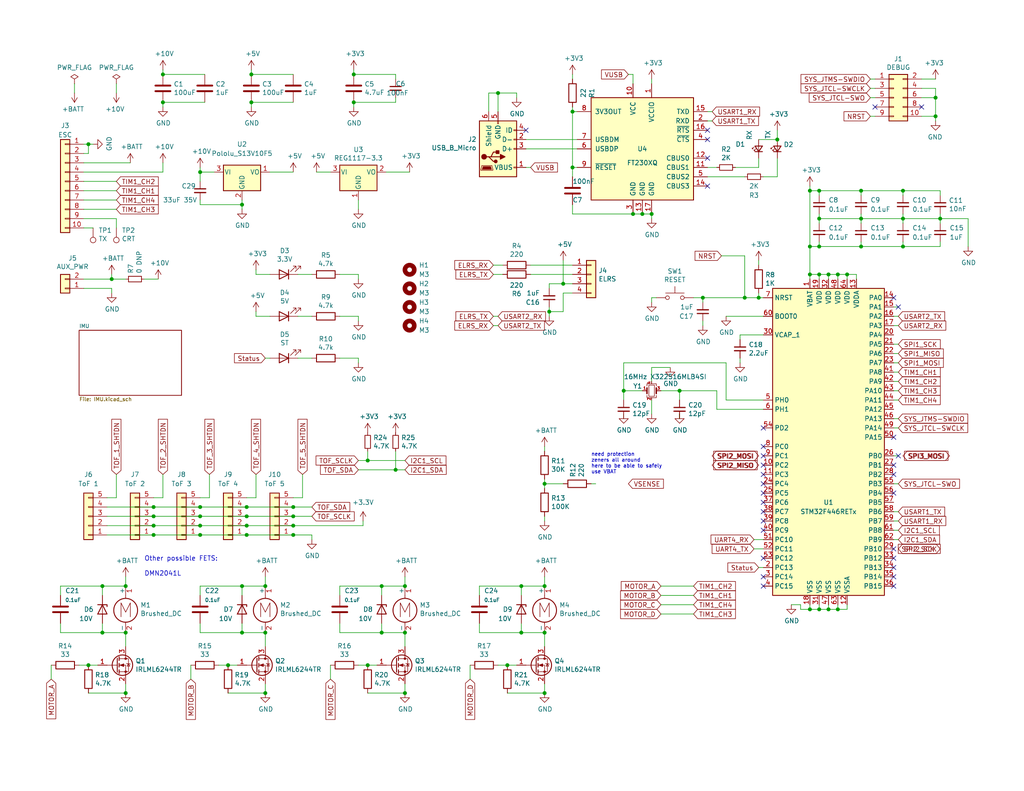
<source format=kicad_sch>
(kicad_sch (version 20211123) (generator eeschema)
  (paper "A")
  (lib_symbols
    (symbol "Connector:TestPoint" (pin_numbers hide) (pin_names (offset 0.762) hide)
      (property "Reference" "TP" (at 0 6.858 0))
      (property "Value" "TestPoint" (at 0 5.08 0))
      (symbol "TestPoint_1_1"
        (pin passive line (at 0 0 90) (length 2.54) (name "1") (number "1"))
      )
    )
    (symbol "Connector_Generic:Conn_01x02" (pin_names (offset 1.016) hide)
      (property "Reference" "J" (at 0 2.54 0))
      (property "Value" "Conn_01x02" (at 0 -5.08 0))
      (symbol "Conn_01x02_1_1"
        (pin passive line (at -5.08 0 0) (length 3.81) (name "Pin_1") (number "1"))
        (pin passive line (at -5.08 -2.54 0) (length 3.81) (name "Pin_2") (number "2"))
      )
    )
    (symbol "Connector_Generic:Conn_01x04" (pin_names (offset 1.016) hide)
      (property "Reference" "J" (at 0 5.08 0))
      (property "Value" "Conn_01x04" (at 0 -7.62 0))
      (symbol "Conn_01x04_1_1"
        (pin passive line (at -5.08 2.54 0) (length 3.81) (name "Pin_1") (number "1"))
        (pin passive line (at -5.08 0 0) (length 3.81) (name "Pin_2") (number "2"))
        (pin passive line (at -5.08 -2.54 0) (length 3.81) (name "Pin_3") (number "3"))
        (pin passive line (at -5.08 -5.08 0) (length 3.81) (name "Pin_4") (number "4"))
      )
    )
    (symbol "Connector_Generic:Conn_01x05" (pin_names (offset 1.016) hide)
      (property "Reference" "J" (at 0 7.62 0))
      (property "Value" "Conn_01x05" (at 0 -7.62 0))
      (symbol "Conn_01x05_1_1"
        (pin passive line (at -5.08 5.08 0) (length 3.81) (name "Pin_1") (number "1"))
        (pin passive line (at -5.08 2.54 0) (length 3.81) (name "Pin_2") (number "2"))
        (pin passive line (at -5.08 0 0) (length 3.81) (name "Pin_3") (number "3"))
        (pin passive line (at -5.08 -2.54 0) (length 3.81) (name "Pin_4") (number "4"))
        (pin passive line (at -5.08 -5.08 0) (length 3.81) (name "Pin_5") (number "5"))
      )
    )
    (symbol "Connector_Generic:Conn_01x10" (pin_names (offset 1.016) hide)
      (property "Reference" "J" (at 0 12.7 0))
      (property "Value" "Conn_01x10" (at 0 -15.24 0))
      (symbol "Conn_01x10_1_1"
        (pin passive line (at -5.08 10.16 0) (length 3.81) (name "Pin_1") (number "1"))
        (pin passive line (at -5.08 -12.7 0) (length 3.81) (name "Pin_10") (number "10"))
        (pin passive line (at -5.08 7.62 0) (length 3.81) (name "Pin_2") (number "2"))
        (pin passive line (at -5.08 5.08 0) (length 3.81) (name "Pin_3") (number "3"))
        (pin passive line (at -5.08 2.54 0) (length 3.81) (name "Pin_4") (number "4"))
        (pin passive line (at -5.08 0 0) (length 3.81) (name "Pin_5") (number "5"))
        (pin passive line (at -5.08 -2.54 0) (length 3.81) (name "Pin_6") (number "6"))
        (pin passive line (at -5.08 -5.08 0) (length 3.81) (name "Pin_7") (number "7"))
        (pin passive line (at -5.08 -7.62 0) (length 3.81) (name "Pin_8") (number "8"))
        (pin passive line (at -5.08 -10.16 0) (length 3.81) (name "Pin_9") (number "9"))
      )
    )
    (symbol "Connector_Generic:Conn_02x05_Odd_Even" (pin_names (offset 1.016) hide)
      (property "Reference" "J" (at 1.27 7.62 0))
      (property "Value" "Conn_02x05_Odd_Even" (at 1.27 -7.62 0))
      (symbol "Conn_02x05_Odd_Even_1_1"
        (pin passive line (at -5.08 5.08 0) (length 3.81) (name "Pin_1") (number "1"))
        (pin passive line (at 7.62 -5.08 180) (length 3.81) (name "Pin_10") (number "10"))
        (pin passive line (at 7.62 5.08 180) (length 3.81) (name "Pin_2") (number "2"))
        (pin passive line (at -5.08 2.54 0) (length 3.81) (name "Pin_3") (number "3"))
        (pin passive line (at 7.62 2.54 180) (length 3.81) (name "Pin_4") (number "4"))
        (pin passive line (at -5.08 0 0) (length 3.81) (name "Pin_5") (number "5"))
        (pin passive line (at 7.62 0 180) (length 3.81) (name "Pin_6") (number "6"))
        (pin passive line (at -5.08 -2.54 0) (length 3.81) (name "Pin_7") (number "7"))
        (pin passive line (at 7.62 -2.54 180) (length 3.81) (name "Pin_8") (number "8"))
        (pin passive line (at -5.08 -5.08 0) (length 3.81) (name "Pin_9") (number "9"))
      )
    )
    (symbol "Device:C" (pin_numbers hide) (pin_names (offset 0.254))
      (property "Reference" "C" (at 0.635 2.54 0))
      (property "Value" "C" (at 0.635 -2.54 0))
      (symbol "C_1_1"
        (pin passive line (at 0 3.81 270) (length 2.794) (name "~") (number "1"))
        (pin passive line (at 0 -3.81 90) (length 2.794) (name "~") (number "2"))
      )
    )
    (symbol "Device:C_Small" (pin_numbers hide) (pin_names (offset 0.254) hide)
      (property "Reference" "C" (at 0.254 1.778 0))
      (property "Value" "C_Small" (at 0.254 -2.032 0))
      (symbol "C_Small_1_1"
        (pin passive line (at 0 2.54 270) (length 2.032) (name "~") (number "1"))
        (pin passive line (at 0 -2.54 90) (length 2.032) (name "~") (number "2"))
      )
    )
    (symbol "Device:Crystal_GND24_Small" (pin_names (offset 1.016) hide)
      (property "Reference" "Y" (at 1.27 4.445 0))
      (property "Value" "Crystal_GND24_Small" (at 1.27 2.54 0))
      (symbol "Crystal_GND24_Small_1_1"
        (pin passive line (at -2.54 0 0) (length 1.27) (name "1") (number "1"))
        (pin passive line (at 0 -2.54 90) (length 0.635) (name "2") (number "2"))
        (pin passive line (at 2.54 0 180) (length 1.27) (name "3") (number "3"))
        (pin passive line (at 0 2.54 270) (length 0.635) (name "4") (number "4"))
      )
    )
    (symbol "Device:D_Zener" (pin_numbers hide) (pin_names (offset 1.016) hide)
      (property "Reference" "D" (at 0 2.54 0))
      (property "Value" "D_Zener" (at 0 -2.54 0))
      (symbol "D_Zener_1_1"
        (pin passive line (at -3.81 0 0) (length 2.54) (name "K") (number "1"))
        (pin passive line (at 3.81 0 180) (length 2.54) (name "A") (number "2"))
      )
    )
    (symbol "Device:LED" (pin_numbers hide) (pin_names (offset 1.016) hide)
      (property "Reference" "D" (at 0 2.54 0))
      (property "Value" "LED" (at 0 -2.54 0))
      (symbol "LED_1_1"
        (pin passive line (at -3.81 0 0) (length 2.54) (name "K") (number "1"))
        (pin passive line (at 3.81 0 180) (length 2.54) (name "A") (number "2"))
      )
    )
    (symbol "Device:LED_Small" (pin_numbers hide) (pin_names (offset 0.254) hide)
      (property "Reference" "D" (at -1.27 3.175 0))
      (property "Value" "LED_Small" (at -4.445 -2.54 0))
      (symbol "LED_Small_1_1"
        (pin passive line (at -2.54 0 0) (length 1.778) (name "K") (number "1"))
        (pin passive line (at 2.54 0 180) (length 1.778) (name "A") (number "2"))
      )
    )
    (symbol "Device:R" (pin_numbers hide) (pin_names (offset 0))
      (property "Reference" "R" (at 2.032 0 90))
      (property "Value" "R" (at 0 0 90))
      (symbol "R_1_1"
        (pin passive line (at 0 3.81 270) (length 1.27) (name "~") (number "1"))
        (pin passive line (at 0 -3.81 90) (length 1.27) (name "~") (number "2"))
      )
    )
    (symbol "Device:R_Small" (pin_numbers hide) (pin_names (offset 0.254) hide)
      (property "Reference" "R" (at 0.762 0.508 0))
      (property "Value" "R_Small" (at 0.762 -1.016 0))
      (symbol "R_Small_1_1"
        (pin passive line (at 0 2.54 270) (length 0.762) (name "~") (number "1"))
        (pin passive line (at 0 -2.54 90) (length 0.762) (name "~") (number "2"))
      )
    )
    (symbol "ECE477_PCB-rescue:+3.3V-power" (power) (pin_names (offset 0))
      (property "Value" "+3.3V-power" (at 0 3.556 0))
      (symbol "+3.3V-power_1_1"
        (pin power_in line (at 0 0 90) (length 0) hide (name "+3V3") (number "1"))
      )
    )
    (symbol "MCU_ST_STM32F4:STM32F446RETx"
      (property "Reference" "U" (at -15.24 41.91 0))
      (property "Value" "STM32F446RETx" (at 10.16 41.91 0))
      (symbol "STM32F446RETx_1_1"
        (pin power_in line (at -5.08 43.18 270) (length 2.54) (name "VBAT") (number "1"))
        (pin bidirectional line (at -17.78 -7.62 0) (length 2.54) (name "PC2") (number "10"))
        (pin bidirectional line (at -17.78 -10.16 0) (length 2.54) (name "PC3") (number "11"))
        (pin power_in line (at 5.08 -45.72 90) (length 2.54) (name "VSSA") (number "12"))
        (pin power_in line (at 7.62 43.18 270) (length 2.54) (name "VDDA") (number "13"))
        (pin bidirectional line (at 17.78 38.1 180) (length 2.54) (name "PA0") (number "14"))
        (pin bidirectional line (at 17.78 35.56 180) (length 2.54) (name "PA1") (number "15"))
        (pin bidirectional line (at 17.78 33.02 180) (length 2.54) (name "PA2") (number "16"))
        (pin bidirectional line (at 17.78 30.48 180) (length 2.54) (name "PA3") (number "17"))
        (pin power_in line (at -5.08 -45.72 90) (length 2.54) (name "VSS") (number "18"))
        (pin power_in line (at -2.54 43.18 270) (length 2.54) (name "VDD") (number "19"))
        (pin bidirectional line (at -17.78 -35.56 0) (length 2.54) (name "PC13") (number "2"))
        (pin bidirectional line (at 17.78 27.94 180) (length 2.54) (name "PA4") (number "20"))
        (pin bidirectional line (at 17.78 25.4 180) (length 2.54) (name "PA5") (number "21"))
        (pin bidirectional line (at 17.78 22.86 180) (length 2.54) (name "PA6") (number "22"))
        (pin bidirectional line (at 17.78 20.32 180) (length 2.54) (name "PA7") (number "23"))
        (pin bidirectional line (at -17.78 -12.7 0) (length 2.54) (name "PC4") (number "24"))
        (pin bidirectional line (at -17.78 -15.24 0) (length 2.54) (name "PC5") (number "25"))
        (pin bidirectional line (at 17.78 -5.08 180) (length 2.54) (name "PB0") (number "26"))
        (pin bidirectional line (at 17.78 -7.62 180) (length 2.54) (name "PB1") (number "27"))
        (pin bidirectional line (at 17.78 -10.16 180) (length 2.54) (name "PB2") (number "28"))
        (pin bidirectional line (at 17.78 -30.48 180) (length 2.54) (name "PB10") (number "29"))
        (pin bidirectional line (at -17.78 -38.1 0) (length 2.54) (name "PC14") (number "3"))
        (pin power_in line (at -17.78 27.94 0) (length 2.54) (name "VCAP_1") (number "30"))
        (pin power_in line (at -2.54 -45.72 90) (length 2.54) (name "VSS") (number "31"))
        (pin power_in line (at 0 43.18 270) (length 2.54) (name "VDD") (number "32"))
        (pin bidirectional line (at 17.78 -33.02 180) (length 2.54) (name "PB12") (number "33"))
        (pin bidirectional line (at 17.78 -35.56 180) (length 2.54) (name "PB13") (number "34"))
        (pin bidirectional line (at 17.78 -38.1 180) (length 2.54) (name "PB14") (number "35"))
        (pin bidirectional line (at 17.78 -40.64 180) (length 2.54) (name "PB15") (number "36"))
        (pin bidirectional line (at -17.78 -17.78 0) (length 2.54) (name "PC6") (number "37"))
        (pin bidirectional line (at -17.78 -20.32 0) (length 2.54) (name "PC7") (number "38"))
        (pin bidirectional line (at -17.78 -22.86 0) (length 2.54) (name "PC8") (number "39"))
        (pin bidirectional line (at -17.78 -40.64 0) (length 2.54) (name "PC15") (number "4"))
        (pin bidirectional line (at -17.78 -25.4 0) (length 2.54) (name "PC9") (number "40"))
        (pin bidirectional line (at 17.78 17.78 180) (length 2.54) (name "PA8") (number "41"))
        (pin bidirectional line (at 17.78 15.24 180) (length 2.54) (name "PA9") (number "42"))
        (pin bidirectional line (at 17.78 12.7 180) (length 2.54) (name "PA10") (number "43"))
        (pin bidirectional line (at 17.78 10.16 180) (length 2.54) (name "PA11") (number "44"))
        (pin bidirectional line (at 17.78 7.62 180) (length 2.54) (name "PA12") (number "45"))
        (pin bidirectional line (at 17.78 5.08 180) (length 2.54) (name "PA13") (number "46"))
        (pin power_in line (at 0 -45.72 90) (length 2.54) (name "VSS") (number "47"))
        (pin power_in line (at 2.54 43.18 270) (length 2.54) (name "VDD") (number "48"))
        (pin bidirectional line (at 17.78 2.54 180) (length 2.54) (name "PA14") (number "49"))
        (pin input line (at -17.78 10.16 0) (length 2.54) (name "PH0") (number "5"))
        (pin bidirectional line (at 17.78 0 180) (length 2.54) (name "PA15") (number "50"))
        (pin bidirectional line (at -17.78 -27.94 0) (length 2.54) (name "PC10") (number "51"))
        (pin bidirectional line (at -17.78 -30.48 0) (length 2.54) (name "PC11") (number "52"))
        (pin bidirectional line (at -17.78 -33.02 0) (length 2.54) (name "PC12") (number "53"))
        (pin bidirectional line (at -17.78 2.54 0) (length 2.54) (name "PD2") (number "54"))
        (pin bidirectional line (at 17.78 -12.7 180) (length 2.54) (name "PB3") (number "55"))
        (pin bidirectional line (at 17.78 -15.24 180) (length 2.54) (name "PB4") (number "56"))
        (pin bidirectional line (at 17.78 -17.78 180) (length 2.54) (name "PB5") (number "57"))
        (pin bidirectional line (at 17.78 -20.32 180) (length 2.54) (name "PB6") (number "58"))
        (pin bidirectional line (at 17.78 -22.86 180) (length 2.54) (name "PB7") (number "59"))
        (pin input line (at -17.78 7.62 0) (length 2.54) (name "PH1") (number "6"))
        (pin input line (at -17.78 33.02 0) (length 2.54) (name "BOOT0") (number "60"))
        (pin bidirectional line (at 17.78 -25.4 180) (length 2.54) (name "PB8") (number "61"))
        (pin bidirectional line (at 17.78 -27.94 180) (length 2.54) (name "PB9") (number "62"))
        (pin power_in line (at 2.54 -45.72 90) (length 2.54) (name "VSS") (number "63"))
        (pin power_in line (at 5.08 43.18 270) (length 2.54) (name "VDD") (number "64"))
        (pin input line (at -17.78 38.1 0) (length 2.54) (name "NRST") (number "7"))
        (pin bidirectional line (at -17.78 -2.54 0) (length 2.54) (name "PC0") (number "8"))
        (pin bidirectional line (at -17.78 -5.08 0) (length 2.54) (name "PC1") (number "9"))
      )
    )
    (symbol "Mechanical:MountingHole" (pin_names (offset 1.016))
      (property "Reference" "H" (at 0 5.08 0))
      (property "Value" "MountingHole" (at 0 3.175 0))
    )
    (symbol "Motor:Motor_DC" (pin_names (offset 0))
      (property "Reference" "M" (at 2.54 2.54 0))
      (property "Value" "Motor_DC" (at 2.54 -5.08 0))
      (symbol "Motor_DC_1_1"
        (pin passive line (at 0 5.08 270) (length 2.54) (name "+") (number "1"))
        (pin passive line (at 0 -7.62 90) (length 2.54) (name "-") (number "2"))
      )
    )
    (symbol "Pololu_Regulator:Pololu_S13V10F5" (pin_names (offset 0.254))
      (property "Reference" "U" (at -3.81 3.175 0))
      (property "Value" "Pololu_S13V10F5" (at 0 3.175 0))
      (symbol "Pololu_S13V10F5_1_1"
        (pin power_out line (at 7.62 0 180) (length 2.54) (name "VO") (number "1"))
        (pin power_in line (at 0 -7.62 90) (length 2.54) (name "GND") (number "2"))
        (pin power_in line (at -7.62 0 0) (length 2.54) (name "VI") (number "3"))
      )
    )
    (symbol "Regulator_Linear:LM1117-3.3" (pin_names (offset 0.254))
      (property "Reference" "U" (at -3.81 3.175 0))
      (property "Value" "LM1117-3.3" (at 0 3.175 0))
      (symbol "LM1117-3.3_1_1"
        (pin power_in line (at 0 -7.62 90) (length 2.54) (name "GND") (number "1"))
        (pin power_out line (at 7.62 0 180) (length 2.54) (name "VO") (number "2"))
        (pin power_in line (at -7.62 0 0) (length 2.54) (name "VI") (number "3"))
      )
    )
    (symbol "STM32_SMD_Quadcopter-rescue:FT230XQ-Interface_USB" (pin_names (offset 1.016))
      (property "Reference" "U" (at -13.97 15.24 0))
      (property "Value" "FT230XQ-Interface_USB" (at 7.62 15.24 0))
      (symbol "FT230XQ-Interface_USB_1_1"
        (pin power_in line (at 2.54 17.78 270) (length 3.81) (name "VCCIO") (number "1"))
        (pin power_in line (at -2.54 17.78 270) (length 3.81) (name "VCC") (number "10"))
        (pin bidirectional line (at 17.78 -5.08 180) (length 3.81) (name "CBUS1") (number "11"))
        (pin bidirectional line (at 17.78 -2.54 180) (length 3.81) (name "CBUS0") (number "12"))
        (pin power_in line (at 0 -17.78 90) (length 3.81) (name "GND") (number "13"))
        (pin bidirectional line (at 17.78 -10.16 180) (length 3.81) (name "CBUS3") (number "14"))
        (pin output line (at 17.78 10.16 180) (length 3.81) (name "TXD") (number "15"))
        (pin input line (at 17.78 5.08 180) (length 3.81) (name "~{RTS}") (number "16"))
        (pin power_in line (at 2.54 -17.78 90) (length 3.81) (name "GND") (number "17"))
        (pin input line (at 17.78 7.62 180) (length 3.81) (name "RXD") (number "2"))
        (pin power_in line (at -2.54 -17.78 90) (length 3.81) (name "GND") (number "3"))
        (pin input line (at 17.78 2.54 180) (length 3.81) (name "~{CTS}") (number "4"))
        (pin bidirectional line (at 17.78 -7.62 180) (length 3.81) (name "CBUS2") (number "5"))
        (pin bidirectional line (at -17.78 0 0) (length 3.81) (name "USBDP") (number "6"))
        (pin bidirectional line (at -17.78 2.54 0) (length 3.81) (name "USBDM") (number "7"))
        (pin power_out line (at -17.78 10.16 0) (length 3.81) (name "3V3OUT") (number "8"))
        (pin input line (at -17.78 -5.08 0) (length 3.81) (name "~{RESET}") (number "9"))
      )
    )
    (symbol "STM32_SMD_Quadcopter-rescue:USB_B_Micro-Connector" (pin_names (offset 1.016))
      (property "Reference" "J" (at -5.08 11.43 0))
      (property "Value" "USB_B_Micro-Connector" (at -5.08 8.89 0))
      (symbol "USB_B_Micro-Connector_1_1"
        (pin power_out line (at 7.62 5.08 180) (length 2.54) (name "VBUS") (number "1"))
        (pin passive line (at 7.62 -2.54 180) (length 2.54) (name "D-") (number "2"))
        (pin passive line (at 7.62 0 180) (length 2.54) (name "D+") (number "3"))
        (pin passive line (at 7.62 -5.08 180) (length 2.54) (name "ID") (number "4"))
        (pin power_out line (at 0 -10.16 90) (length 2.54) (name "GND") (number "5"))
        (pin passive line (at -2.54 -10.16 90) (length 2.54) (name "Shield") (number "6"))
      )
    )
    (symbol "Switch:SW_Push" (pin_numbers hide) (pin_names (offset 1.016) hide)
      (property "Reference" "SW" (at 1.27 2.54 0))
      (property "Value" "SW_Push" (at 0 -1.524 0))
      (symbol "SW_Push_0_1"
        (pin passive line (at -5.08 0 0) (length 2.54) (name "1") (number "1"))
        (pin passive line (at 5.08 0 180) (length 2.54) (name "2") (number "2"))
      )
    )
    (symbol "Transistor_FET:MMBF170" (pin_names hide)
      (property "Reference" "Q" (at 5.08 1.905 0))
      (property "Value" "MMBF170" (at 5.08 0 0))
      (symbol "MMBF170_1_1"
        (pin input line (at -5.08 0 0) (length 2.54) (name "G") (number "1"))
        (pin passive line (at 2.54 -5.08 90) (length 2.54) (name "S") (number "2"))
        (pin passive line (at 2.54 5.08 270) (length 2.54) (name "D") (number "3"))
      )
    )
    (symbol "power:+10V" (power) (pin_names (offset 0))
      (property "Value" "+10V" (at 0 3.556 0))
      (symbol "+10V_1_1"
        (pin power_in line (at 0 0 90) (length 0) hide (name "+10V") (number "1"))
      )
    )
    (symbol "power:+3.3V" (power) (pin_names (offset 0))
      (property "Value" "+3.3V" (at 0 3.556 0))
      (symbol "+3.3V_1_1"
        (pin power_in line (at 0 0 90) (length 0) hide (name "+3.3V") (number "1"))
      )
    )
    (symbol "power:+5V" (power) (pin_names (offset 0))
      (property "Value" "+5V" (at 0 3.556 0))
      (symbol "+5V_1_1"
        (pin power_in line (at 0 0 90) (length 0) hide (name "+5V") (number "1"))
      )
    )
    (symbol "power:+BATT" (power) (pin_names (offset 0))
      (property "Value" "+BATT" (at 0 3.556 0))
      (symbol "+BATT_1_1"
        (pin power_in line (at 0 0 90) (length 0) hide (name "+BATT") (number "1"))
      )
    )
    (symbol "power:GND" (power) (pin_names (offset 0))
      (property "Value" "GND" (at 0 -3.81 0))
      (symbol "GND_1_1"
        (pin power_in line (at 0 0 270) (length 0) hide (name "GND") (number "1"))
      )
    )
    (symbol "power:PWR_FLAG" (power) (pin_numbers hide) (pin_names (offset 0) hide)
      (property "Value" "PWR_FLAG" (at 0 3.81 0))
      (symbol "PWR_FLAG_0_0"
        (pin power_out line (at 0 0 90) (length 0) (name "pwr") (number "1"))
      )
    )
  )
  (junction (at 62.23 181.61))
  (junction (at 156.21 45.72))
  (junction (at 138.43 181.61))
  (junction (at 177.8 58.42))
  (junction (at 100.33 181.61))
  (junction (at 172.72 58.42))
  (junction (at 255.27 31.75))
  (junction (at 142.24 160.02))
  (junction (at 72.39 172.72))
  (junction (at 68.58 20.32))
  (junction (at 175.26 58.42))
  (junction (at 246.38 52.07))
  (junction (at 228.6 166.37))
  (junction (at 44.45 20.32))
  (junction (at 72.39 160.02))
  (junction (at 148.59 172.72))
  (junction (at 96.52 20.32))
  (junction (at 110.49 160.02))
  (junction (at 207.01 81.28))
  (junction (at 24.13 181.61))
  (junction (at 220.98 166.37))
  (junction (at 212.09 38.1))
  (junction (at 107.95 128.27))
  (junction (at 256.54 59.69))
  (junction (at 54.61 46.99))
  (junction (at 156.21 30.48))
  (junction (at 231.14 74.93))
  (junction (at 96.52 27.94))
  (junction (at 148.59 189.23))
  (junction (at 54.61 146.05))
  (junction (at 80.01 143.51))
  (junction (at 226.06 166.37))
  (junction (at 149.86 85.09))
  (junction (at 185.42 106.68))
  (junction (at 170.18 106.68))
  (junction (at 80.01 140.97))
  (junction (at 220.98 74.93))
  (junction (at 142.24 172.72))
  (junction (at 80.01 138.43))
  (junction (at 68.58 27.94))
  (junction (at 104.14 160.02))
  (junction (at 34.29 172.72))
  (junction (at 191.77 81.28))
  (junction (at 223.52 166.37))
  (junction (at 34.29 189.23))
  (junction (at 246.38 59.69))
  (junction (at 66.04 172.72))
  (junction (at 246.38 67.31))
  (junction (at 223.52 52.07))
  (junction (at 30.48 76.2))
  (junction (at 24.13 39.37))
  (junction (at 220.98 52.07))
  (junction (at 67.31 140.97))
  (junction (at 67.31 146.05))
  (junction (at 27.94 160.02))
  (junction (at 223.52 67.31))
  (junction (at 234.95 67.31))
  (junction (at 104.14 172.72))
  (junction (at 234.95 52.07))
  (junction (at 41.91 143.51))
  (junction (at 41.91 140.97))
  (junction (at 255.27 26.67))
  (junction (at 220.98 67.31))
  (junction (at 44.45 27.94))
  (junction (at 228.6 74.93))
  (junction (at 135.89 25.4))
  (junction (at 100.33 125.73))
  (junction (at 148.59 160.02))
  (junction (at 226.06 74.93))
  (junction (at 234.95 59.69))
  (junction (at 72.39 189.23))
  (junction (at 223.52 74.93))
  (junction (at 110.49 172.72))
  (junction (at 27.94 172.72))
  (junction (at 34.29 160.02))
  (junction (at 203.2 81.28))
  (junction (at 80.01 146.05))
  (junction (at 153.67 77.47))
  (junction (at 148.59 132.08))
  (junction (at 67.31 138.43))
  (junction (at 66.04 160.02))
  (junction (at 54.61 140.97))
  (junction (at 223.52 59.69))
  (junction (at 41.91 146.05))
  (junction (at 54.61 143.51))
  (junction (at 66.04 55.88))
  (junction (at 110.49 189.23))
  (junction (at 41.91 138.43))
  (junction (at 54.61 138.43))
  (junction (at 67.31 143.51))
  (no_connect (at 243.84 154.94))
  (no_connect (at 208.28 152.4))
  (no_connect (at 243.84 129.54))
  (no_connect (at 251.46 29.21))
  (no_connect (at 193.04 43.18))
  (no_connect (at 243.84 157.48))
  (no_connect (at 143.51 35.56))
  (no_connect (at 243.84 81.28))
  (no_connect (at 243.84 127))
  (no_connect (at 243.84 160.02))
  (no_connect (at 245.11 124.46))
  (no_connect (at 193.04 50.8))
  (no_connect (at 208.28 157.48))
  (no_connect (at 243.84 119.38))
  (no_connect (at 193.04 35.56))
  (no_connect (at 208.28 160.02))
  (no_connect (at 193.04 38.1))
  (no_connect (at 245.11 83.82))
  (no_connect (at 208.28 132.08))
  (no_connect (at 208.28 121.92))
  (no_connect (at 208.28 116.84))
  (no_connect (at 243.84 152.4))
  (no_connect (at 208.28 134.62))
  (no_connect (at 238.76 29.21))
  (no_connect (at 243.84 149.86))
  (no_connect (at 208.28 144.78))
  (no_connect (at 208.28 139.7))
  (no_connect (at 208.28 137.16))
  (no_connect (at 208.28 127))
  (no_connect (at 208.28 142.24))
  (no_connect (at 208.28 129.54))
  (no_connect (at 208.28 124.46))
  (no_connect (at 243.84 134.62))
  (wire (pts (xy 255.27 26.67) (xy 255.27 31.75)))
  (wire (pts (xy 223.52 67.31) (xy 223.52 66.04)))
  (wire (pts (xy 172.72 58.42) (xy 175.26 58.42)))
  (wire (pts (xy 22.86 54.61) (xy 31.75 54.61)))
  (wire (pts (xy 228.6 166.37) (xy 228.6 165.1)))
  (wire (pts (xy 207.01 38.1) (xy 212.09 38.1)))
  (wire (pts (xy 177.8 104.14) (xy 177.8 100.33)))
  (wire (pts (xy 231.14 74.93) (xy 233.68 74.93)))
  (wire (pts (xy 69.85 74.93) (xy 73.66 74.93)))
  (wire (pts (xy 243.84 104.14) (xy 245.11 104.14)))
  (wire (pts (xy 223.52 166.37) (xy 223.52 165.1)))
  (wire (pts (xy 130.81 162.56) (xy 130.81 160.02)))
  (wire (pts (xy 62.23 189.23) (xy 72.39 189.23)))
  (wire (pts (xy 39.37 76.2) (xy 43.18 76.2)))
  (wire (pts (xy 196.85 69.85) (xy 203.2 69.85)))
  (wire (pts (xy 54.61 162.56) (xy 54.61 160.02)))
  (wire (pts (xy 149.86 85.09) (xy 153.67 85.09)))
  (wire (pts (xy 223.52 52.07) (xy 234.95 52.07)))
  (wire (pts (xy 90.17 185.42) (xy 90.17 181.61)))
  (wire (pts (xy 72.39 176.53) (xy 72.39 172.72)))
  (wire (pts (xy 143.51 38.1) (xy 157.48 38.1)))
  (wire (pts (xy 148.59 130.81) (xy 148.59 132.08)))
  (wire (pts (xy 177.8 81.28) (xy 177.8 82.55)))
  (wire (pts (xy 104.14 172.72) (xy 110.49 172.72)))
  (wire (pts (xy 226.06 74.93) (xy 226.06 76.2)))
  (wire (pts (xy 44.45 46.99) (xy 44.45 44.45)))
  (wire (pts (xy 245.11 142.24) (xy 243.84 142.24)))
  (wire (pts (xy 66.04 170.18) (xy 66.04 172.72)))
  (wire (pts (xy 54.61 46.99) (xy 54.61 49.53)))
  (wire (pts (xy 140.97 181.61) (xy 138.43 181.61)))
  (wire (pts (xy 243.84 86.36) (xy 245.11 86.36)))
  (wire (pts (xy 69.85 85.09) (xy 69.85 86.36)))
  (wire (pts (xy 34.29 160.02) (xy 34.29 157.48)))
  (wire (pts (xy 27.94 160.02) (xy 34.29 160.02)))
  (wire (pts (xy 153.67 80.01) (xy 156.21 80.01)))
  (wire (pts (xy 142.24 170.18) (xy 142.24 172.72)))
  (wire (pts (xy 22.86 76.2) (xy 30.48 76.2)))
  (wire (pts (xy 156.21 30.48) (xy 156.21 45.72)))
  (wire (pts (xy 100.33 123.19) (xy 100.33 125.73)))
  (wire (pts (xy 41.91 146.05) (xy 54.61 146.05)))
  (wire (pts (xy 153.67 71.12) (xy 153.67 77.47)))
  (wire (pts (xy 16.51 162.56) (xy 16.51 160.02)))
  (wire (pts (xy 52.07 185.42) (xy 52.07 181.61)))
  (wire (pts (xy 86.36 46.99) (xy 90.17 46.99)))
  (wire (pts (xy 110.49 189.23) (xy 110.49 186.69)))
  (wire (pts (xy 143.51 40.64) (xy 157.48 40.64)))
  (wire (pts (xy 54.61 54.61) (xy 54.61 55.88)))
  (wire (pts (xy 256.54 67.31) (xy 246.38 67.31)))
  (wire (pts (xy 220.98 166.37) (xy 223.52 166.37)))
  (wire (pts (xy 111.76 46.99) (xy 105.41 46.99)))
  (wire (pts (xy 220.98 74.93) (xy 223.52 74.93)))
  (wire (pts (xy 138.43 189.23) (xy 148.59 189.23)))
  (wire (pts (xy 69.85 135.89) (xy 67.31 135.89)))
  (wire (pts (xy 153.67 77.47) (xy 156.21 77.47)))
  (wire (pts (xy 104.14 162.56) (xy 104.14 160.02)))
  (wire (pts (xy 256.54 59.69) (xy 256.54 60.96)))
  (wire (pts (xy 26.67 181.61) (xy 24.13 181.61)))
  (wire (pts (xy 133.35 30.48) (xy 133.35 25.4)))
  (wire (pts (xy 85.09 86.36) (xy 81.28 86.36)))
  (wire (pts (xy 207.01 72.39) (xy 207.01 71.12)))
  (wire (pts (xy 20.32 25.4) (xy 20.32 22.86)))
  (wire (pts (xy 80.01 143.51) (xy 99.06 143.51)))
  (wire (pts (xy 177.8 21.59) (xy 177.8 22.86)))
  (wire (pts (xy 80.01 140.97) (xy 85.09 140.97)))
  (wire (pts (xy 246.38 59.69) (xy 256.54 59.69)))
  (wire (pts (xy 245.11 132.08) (xy 243.84 132.08)))
  (wire (pts (xy 148.59 176.53) (xy 148.59 172.72)))
  (wire (pts (xy 29.21 146.05) (xy 41.91 146.05)))
  (wire (pts (xy 96.52 20.32) (xy 96.52 19.05)))
  (wire (pts (xy 22.86 39.37) (xy 24.13 39.37)))
  (wire (pts (xy 201.93 91.44) (xy 201.93 92.71)))
  (wire (pts (xy 198.12 99.06) (xy 170.18 99.06)))
  (wire (pts (xy 156.21 21.59) (xy 156.21 20.32)))
  (wire (pts (xy 80.01 138.43) (xy 85.09 138.43)))
  (wire (pts (xy 153.67 132.08) (xy 148.59 132.08)))
  (wire (pts (xy 255.27 26.67) (xy 255.27 24.13)))
  (wire (pts (xy 185.42 106.68) (xy 195.58 106.68)))
  (wire (pts (xy 128.27 185.42) (xy 128.27 181.61)))
  (wire (pts (xy 171.45 20.32) (xy 172.72 20.32)))
  (wire (pts (xy 148.59 160.02) (xy 148.59 157.48)))
  (wire (pts (xy 130.81 160.02) (xy 142.24 160.02)))
  (wire (pts (xy 66.04 55.88) (xy 66.04 54.61)))
  (wire (pts (xy 149.86 78.74) (xy 149.86 77.47)))
  (wire (pts (xy 207.01 154.94) (xy 208.28 154.94)))
  (wire (pts (xy 54.61 46.99) (xy 58.42 46.99)))
  (wire (pts (xy 27.94 162.56) (xy 27.94 160.02)))
  (wire (pts (xy 85.09 146.05) (xy 85.09 147.32)))
  (wire (pts (xy 54.61 172.72) (xy 66.04 172.72)))
  (wire (pts (xy 82.55 135.89) (xy 80.01 135.89)))
  (wire (pts (xy 41.91 138.43) (xy 54.61 138.43)))
  (wire (pts (xy 24.13 39.37) (xy 25.4 39.37)))
  (wire (pts (xy 104.14 170.18) (xy 104.14 172.72)))
  (wire (pts (xy 22.86 49.53) (xy 31.75 49.53)))
  (wire (pts (xy 195.58 106.68) (xy 195.58 111.76)))
  (wire (pts (xy 212.09 48.26) (xy 212.09 43.18)))
  (wire (pts (xy 31.75 57.15) (xy 22.86 57.15)))
  (wire (pts (xy 205.74 147.32) (xy 208.28 147.32)))
  (wire (pts (xy 92.71 97.79) (xy 97.79 97.79)))
  (wire (pts (xy 68.58 27.94) (xy 80.01 27.94)))
  (wire (pts (xy 245.11 101.6) (xy 243.84 101.6)))
  (wire (pts (xy 220.98 67.31) (xy 223.52 67.31)))
  (wire (pts (xy 66.04 162.56) (xy 66.04 160.02)))
  (wire (pts (xy 245.11 106.68) (xy 243.84 106.68)))
  (wire (pts (xy 231.14 166.37) (xy 228.6 166.37)))
  (wire (pts (xy 24.13 41.91) (xy 24.13 39.37)))
  (wire (pts (xy 22.86 46.99) (xy 44.45 46.99)))
  (wire (pts (xy 245.11 147.32) (xy 243.84 147.32)))
  (wire (pts (xy 201.93 99.06) (xy 201.93 97.79)))
  (wire (pts (xy 97.79 181.61) (xy 100.33 181.61)))
  (wire (pts (xy 223.52 59.69) (xy 234.95 59.69)))
  (wire (pts (xy 72.39 189.23) (xy 72.39 186.69)))
  (wire (pts (xy 44.45 129.54) (xy 44.45 135.89)))
  (wire (pts (xy 148.59 123.19) (xy 148.59 121.92)))
  (wire (pts (xy 172.72 20.32) (xy 172.72 22.86)))
  (wire (pts (xy 220.98 52.07) (xy 223.52 52.07)))
  (wire (pts (xy 170.18 106.68) (xy 170.18 109.22)))
  (wire (pts (xy 264.16 59.69) (xy 264.16 67.31)))
  (wire (pts (xy 170.18 106.68) (xy 175.26 106.68)))
  (wire (pts (xy 255.27 24.13) (xy 251.46 24.13)))
  (wire (pts (xy 97.79 125.73) (xy 100.33 125.73)))
  (wire (pts (xy 44.45 20.32) (xy 44.45 19.05)))
  (wire (pts (xy 234.95 52.07) (xy 234.95 53.34)))
  (wire (pts (xy 189.23 167.64) (xy 180.34 167.64)))
  (wire (pts (xy 135.89 25.4) (xy 140.97 25.4)))
  (wire (pts (xy 205.74 149.86) (xy 208.28 149.86)))
  (wire (pts (xy 246.38 66.04) (xy 246.38 67.31)))
  (wire (pts (xy 226.06 166.37) (xy 226.06 165.1)))
  (wire (pts (xy 220.98 50.8) (xy 220.98 52.07)))
  (wire (pts (xy 246.38 58.42) (xy 246.38 59.69)))
  (wire (pts (xy 228.6 74.93) (xy 231.14 74.93)))
  (wire (pts (xy 30.48 78.74) (xy 22.86 78.74)))
  (wire (pts (xy 218.44 165.1) (xy 218.44 166.37)))
  (wire (pts (xy 223.52 74.93) (xy 223.52 76.2)))
  (wire (pts (xy 100.33 189.23) (xy 110.49 189.23)))
  (wire (pts (xy 256.54 53.34) (xy 256.54 52.07)))
  (wire (pts (xy 92.71 172.72) (xy 104.14 172.72)))
  (wire (pts (xy 226.06 166.37) (xy 228.6 166.37)))
  (wire (pts (xy 57.15 135.89) (xy 54.61 135.89)))
  (wire (pts (xy 246.38 67.31) (xy 234.95 67.31)))
  (wire (pts (xy 207.01 81.28) (xy 208.28 81.28)))
  (wire (pts (xy 203.2 69.85) (xy 203.2 81.28)))
  (wire (pts (xy 41.91 140.97) (xy 54.61 140.97)))
  (wire (pts (xy 68.58 20.32) (xy 68.58 19.05)))
  (wire (pts (xy 100.33 125.73) (xy 110.49 125.73)))
  (wire (pts (xy 223.52 59.69) (xy 223.52 60.96)))
  (wire (pts (xy 130.81 172.72) (xy 142.24 172.72)))
  (wire (pts (xy 82.55 129.54) (xy 82.55 135.89)))
  (wire (pts (xy 156.21 29.21) (xy 156.21 30.48)))
  (wire (pts (xy 104.14 160.02) (xy 110.49 160.02)))
  (wire (pts (xy 207.01 45.72) (xy 207.01 43.18)))
  (wire (pts (xy 92.71 160.02) (xy 104.14 160.02)))
  (wire (pts (xy 148.59 189.23) (xy 148.59 186.69)))
  (wire (pts (xy 54.61 140.97) (xy 67.31 140.97)))
  (wire (pts (xy 21.59 181.61) (xy 24.13 181.61)))
  (wire (pts (xy 29.21 143.51) (xy 41.91 143.51)))
  (wire (pts (xy 185.42 113.03) (xy 185.42 114.3)))
  (wire (pts (xy 97.79 74.93) (xy 97.79 76.2)))
  (wire (pts (xy 44.45 27.94) (xy 55.88 27.94)))
  (wire (pts (xy 97.79 97.79) (xy 97.79 99.06)))
  (wire (pts (xy 243.84 124.46) (xy 245.11 124.46)))
  (wire (pts (xy 243.84 139.7) (xy 245.11 139.7)))
  (wire (pts (xy 256.54 59.69) (xy 264.16 59.69)))
  (wire (pts (xy 148.59 132.08) (xy 148.59 133.35)))
  (wire (pts (xy 177.8 109.22) (xy 177.8 113.03)))
  (wire (pts (xy 34.29 176.53) (xy 34.29 172.72)))
  (wire (pts (xy 85.09 74.93) (xy 81.28 74.93)))
  (wire (pts (xy 97.79 128.27) (xy 107.95 128.27)))
  (wire (pts (xy 110.49 176.53) (xy 110.49 172.72)))
  (wire (pts (xy 16.51 170.18) (xy 16.51 172.72)))
  (wire (pts (xy 69.85 129.54) (xy 69.85 135.89)))
  (wire (pts (xy 245.11 116.84) (xy 243.84 116.84)))
  (wire (pts (xy 191.77 81.28) (xy 203.2 81.28)))
  (wire (pts (xy 148.59 140.97) (xy 148.59 142.24)))
  (wire (pts (xy 185.42 109.22) (xy 185.42 106.68)))
  (wire (pts (xy 255.27 33.02) (xy 255.27 31.75)))
  (wire (pts (xy 16.51 172.72) (xy 27.94 172.72)))
  (wire (pts (xy 193.04 45.72) (xy 195.58 45.72)))
  (wire (pts (xy 22.86 62.23) (xy 25.4 62.23)))
  (wire (pts (xy 170.18 99.06) (xy 170.18 106.68)))
  (wire (pts (xy 66.04 160.02) (xy 72.39 160.02)))
  (wire (pts (xy 31.75 52.07) (xy 22.86 52.07)))
  (wire (pts (xy 80.01 146.05) (xy 85.09 146.05)))
  (wire (pts (xy 198.12 109.22) (xy 198.12 99.06)))
  (wire (pts (xy 220.98 67.31) (xy 220.98 74.93)))
  (wire (pts (xy 107.95 27.94) (xy 96.52 27.94)))
  (wire (pts (xy 223.52 166.37) (xy 226.06 166.37)))
  (wire (pts (xy 149.86 77.47) (xy 153.67 77.47)))
  (wire (pts (xy 92.71 86.36) (xy 97.79 86.36)))
  (wire (pts (xy 223.52 52.07) (xy 223.52 53.34)))
  (wire (pts (xy 110.49 160.02) (xy 110.49 157.48)))
  (wire (pts (xy 69.85 73.66) (xy 69.85 74.93)))
  (wire (pts (xy 246.38 59.69) (xy 246.38 60.96)))
  (wire (pts (xy 54.61 45.72) (xy 54.61 46.99)))
  (wire (pts (xy 54.61 55.88) (xy 66.04 55.88)))
  (wire (pts (xy 243.84 88.9) (xy 245.11 88.9)))
  (wire (pts (xy 212.09 38.1) (xy 212.09 35.56)))
  (wire (pts (xy 44.45 135.89) (xy 41.91 135.89)))
  (wire (pts (xy 107.95 123.19) (xy 107.95 128.27)))
  (wire (pts (xy 228.6 74.93) (xy 228.6 76.2)))
  (wire (pts (xy 54.61 146.05) (xy 67.31 146.05)))
  (wire (pts (xy 246.38 52.07) (xy 246.38 53.34)))
  (wire (pts (xy 200.66 45.72) (xy 207.01 45.72)))
  (wire (pts (xy 220.98 76.2) (xy 220.98 74.93)))
  (wire (pts (xy 156.21 72.39) (xy 144.78 72.39)))
  (wire (pts (xy 191.77 87.63) (xy 191.77 88.9)))
  (wire (pts (xy 198.12 86.36) (xy 208.28 86.36)))
  (wire (pts (xy 245.11 96.52) (xy 243.84 96.52)))
  (wire (pts (xy 207.01 80.01) (xy 207.01 81.28)))
  (wire (pts (xy 233.68 74.93) (xy 233.68 76.2)))
  (wire (pts (xy 256.54 58.42) (xy 256.54 59.69)))
  (wire (pts (xy 234.95 58.42) (xy 234.95 59.69)))
  (wire (pts (xy 41.91 143.51) (xy 54.61 143.51)))
  (wire (pts (xy 59.69 181.61) (xy 62.23 181.61)))
  (wire (pts (xy 189.23 81.28) (xy 191.77 81.28)))
  (wire (pts (xy 238.76 24.13) (xy 237.49 24.13)))
  (wire (pts (xy 223.52 58.42) (xy 223.52 59.69)))
  (wire (pts (xy 67.31 140.97) (xy 80.01 140.97)))
  (wire (pts (xy 245.11 83.82) (xy 243.84 83.82)))
  (wire (pts (xy 243.84 114.3) (xy 245.11 114.3)))
  (wire (pts (xy 67.31 143.51) (xy 80.01 143.51)))
  (wire (pts (xy 54.61 170.18) (xy 54.61 172.72)))
  (wire (pts (xy 220.98 165.1) (xy 220.98 166.37)))
  (wire (pts (xy 96.52 29.21) (xy 96.52 27.94)))
  (wire (pts (xy 142.24 162.56) (xy 142.24 160.02)))
  (wire (pts (xy 243.84 109.22) (xy 245.11 109.22)))
  (wire (pts (xy 156.21 30.48) (xy 157.48 30.48)))
  (wire (pts (xy 251.46 26.67) (xy 255.27 26.67)))
  (wire (pts (xy 67.31 138.43) (xy 80.01 138.43)))
  (wire (pts (xy 255.27 31.75) (xy 251.46 31.75)))
  (wire (pts (xy 134.62 86.36) (xy 135.89 86.36)))
  (wire (pts (xy 30.48 80.01) (xy 30.48 78.74)))
  (wire (pts (xy 44.45 27.94) (xy 44.45 29.21)))
  (wire (pts (xy 57.15 129.54) (xy 57.15 135.89)))
  (wire (pts (xy 68.58 27.94) (xy 68.58 29.21)))
  (wire (pts (xy 143.51 45.72) (xy 144.78 45.72)))
  (wire (pts (xy 246.38 52.07) (xy 256.54 52.07)))
  (wire (pts (xy 189.23 162.56) (xy 180.34 162.56)))
  (wire (pts (xy 234.95 59.69) (xy 234.95 60.96)))
  (wire (pts (xy 92.71 162.56) (xy 92.71 160.02)))
  (wire (pts (xy 234.95 59.69) (xy 246.38 59.69)))
  (wire (pts (xy 175.26 58.42) (xy 177.8 58.42)))
  (wire (pts (xy 34.29 189.23) (xy 34.29 186.69)))
  (wire (pts (xy 226.06 74.93) (xy 228.6 74.93)))
  (wire (pts (xy 67.31 146.05) (xy 80.01 146.05)))
  (wire (pts (xy 134.62 88.9) (xy 135.89 88.9)))
  (wire (pts (xy 31.75 135.89) (xy 29.21 135.89)))
  (wire (pts (xy 22.86 59.69) (xy 31.75 59.69)))
  (wire (pts (xy 97.79 57.15) (xy 97.79 54.61)))
  (wire (pts (xy 203.2 81.28) (xy 207.01 81.28)))
  (wire (pts (xy 156.21 55.88) (xy 156.21 58.42)))
  (wire (pts (xy 24.13 189.23) (xy 34.29 189.23)))
  (wire (pts (xy 72.39 97.79) (xy 73.66 97.79)))
  (wire (pts (xy 130.81 170.18) (xy 130.81 172.72)))
  (wire (pts (xy 31.75 59.69) (xy 31.75 62.23)))
  (wire (pts (xy 29.21 140.97) (xy 41.91 140.97)))
  (wire (pts (xy 133.35 25.4) (xy 135.89 25.4)))
  (wire (pts (xy 30.48 76.2) (xy 30.48 74.93)))
  (wire (pts (xy 13.97 185.42) (xy 13.97 181.61)))
  (wire (pts (xy 69.85 86.36) (xy 73.66 86.36)))
  (wire (pts (xy 80.01 46.99) (xy 73.66 46.99)))
  (wire (pts (xy 107.95 128.27) (xy 110.49 128.27)))
  (wire (pts (xy 54.61 160.02) (xy 66.04 160.02)))
  (wire (pts (xy 16.51 160.02) (xy 27.94 160.02)))
  (wire (pts (xy 243.84 99.06) (xy 245.11 99.06)))
  (wire (pts (xy 27.94 170.18) (xy 27.94 172.72)))
  (wire (pts (xy 92.71 170.18) (xy 92.71 172.72)))
  (wire (pts (xy 135.89 181.61) (xy 138.43 181.61)))
  (wire (pts (xy 137.16 72.39) (xy 134.62 72.39)))
  (wire (pts (xy 156.21 58.42) (xy 172.72 58.42)))
  (wire (pts (xy 99.06 142.24) (xy 99.06 143.51)))
  (wire (pts (xy 231.14 74.93) (xy 231.14 76.2)))
  (wire (pts (xy 180.34 160.02) (xy 189.23 160.02)))
  (wire (pts (xy 182.88 100.33) (xy 177.8 100.33)))
  (wire (pts (xy 234.95 52.07) (xy 246.38 52.07)))
  (wire (pts (xy 102.87 181.61) (xy 100.33 181.61)))
  (wire (pts (xy 198.12 109.22) (xy 208.28 109.22)))
  (wire (pts (xy 243.84 144.78) (xy 245.11 144.78)))
  (wire (pts (xy 54.61 143.51) (xy 67.31 143.51)))
  (wire (pts (xy 66.04 172.72) (xy 72.39 172.72)))
  (wire (pts (xy 237.49 31.75) (xy 238.76 31.75)))
  (wire (pts (xy 29.21 138.43) (xy 41.91 138.43)))
  (wire (pts (xy 44.45 20.32) (xy 55.88 20.32)))
  (wire (pts (xy 231.14 166.37) (xy 231.14 165.1)))
  (wire (pts (xy 234.95 67.31) (xy 223.52 67.31)))
  (wire (pts (xy 185.42 106.68) (xy 180.34 106.68)))
  (wire (pts (xy 156.21 48.26) (xy 156.21 45.72)))
  (wire (pts (xy 170.18 113.03) (xy 170.18 114.3)))
  (wire (pts (xy 177.8 81.28) (xy 179.07 81.28)))
  (wire (pts (xy 107.95 20.32) (xy 107.95 21.59)))
  (wire (pts (xy 234.95 66.04) (xy 234.95 67.31)))
  (wire (pts (xy 153.67 80.01) (xy 153.67 85.09)))
  (wire (pts (xy 201.93 91.44) (xy 208.28 91.44)))
  (wire (pts (xy 22.86 41.91) (xy 24.13 41.91)))
  (wire (pts (xy 31.75 25.4) (xy 31.75 22.86)))
  (wire (pts (xy 180.34 165.1) (xy 189.23 165.1)))
  (wire (pts (xy 156.21 45.72) (xy 157.48 45.72)))
  (wire (pts (xy 191.77 81.28) (xy 191.77 82.55)))
  (wire (pts (xy 144.78 74.93) (xy 156.21 74.93)))
  (wire (pts (xy 27.94 172.72) (xy 34.29 172.72)))
  (wire (pts (xy 142.24 172.72) (xy 148.59 172.72)))
  (wire (pts (xy 72.39 160.02) (xy 72.39 157.48)))
  (wire (pts (xy 255.27 21.59) (xy 251.46 21.59)))
  (wire (pts (xy 107.95 26.67) (xy 107.95 27.94)))
  (wire (pts (xy 137.16 74.93) (xy 134.62 74.93)))
  (wire (pts (xy 64.77 181.61) (xy 62.23 181.61)))
  (wire (pts (xy 243.84 93.98) (xy 245.11 93.98)))
  (wire (pts (xy 238.76 21.59) (xy 237.49 21.59)))
  (wire (pts (xy 149.86 85.09) (xy 149.86 86.36)))
  (wire (pts (xy 140.97 25.4) (xy 140.97 26.67)))
  (wire (pts (xy 96.52 20.32) (xy 107.95 20.32)))
  (wire (pts (xy 54.61 138.43) (xy 67.31 138.43)))
  (wire (pts (xy 195.58 111.76) (xy 208.28 111.76)))
  (wire (pts (xy 177.8 58.42) (xy 177.8 59.69)))
  (wire (pts (xy 85.09 97.79) (xy 81.28 97.79)))
  (wire (pts (xy 34.29 76.2) (xy 30.48 76.2)))
  (wire (pts (xy 135.89 30.48) (xy 135.89 25.4)))
  (wire (pts (xy 92.71 74.93) (xy 97.79 74.93)))
  (wire (pts (xy 256.54 66.04) (xy 256.54 67.31)))
  (wire (pts (xy 194.31 33.02) (xy 193.04 33.02)))
  (wire (pts (xy 238.76 26.67) (xy 237.49 26.67)))
  (wire (pts (xy 223.52 74.93) (xy 226.06 74.93)))
  (wire (pts (xy 208.28 48.26) (xy 212.09 48.26)))
  (wire (pts (xy 149.86 83.82) (xy 149.86 85.09)))
  (wire (pts (xy 220.98 52.07) (xy 220.98 67.31)))
  (wire (pts (xy 31.75 129.54) (xy 31.75 135.89)))
  (wire (pts (xy 97.79 86.36) (xy 97.79 87.63)))
  (wire (pts (xy 193.04 48.26) (xy 203.2 48.26)))
  (wire (pts (xy 66.04 57.15) (xy 66.04 55.88)))
  (wire (pts (xy 161.29 132.08) (xy 162.56 132.08)))
  (wire (pts (xy 142.24 160.02) (xy 148.59 160.02)))
  (wire (pts (xy 22.86 44.45) (xy 35.56 44.45)))
  (wire (pts (xy 68.58 20.32) (xy 80.01 20.32)))
  (wire (pts (xy 193.04 30.48) (xy 194.31 30.48)))
  (wire (pts (xy 215.9 165.1) (xy 218.44 165.1)))
  (wire (pts (xy 218.44 166.37) (xy 220.98 166.37)))
  (text "need protection \nzeners all around \nhere to be able to safely \nuse VBAT" (at 161.29 129.54 0) (effects (font (size 0.9906 0.9906)) (justify left bottom)))
  (text "Other possible FETS:\n\nDMN2041L" (at 39.37 157.48 0) (effects (font (size 1.27 1.27)) (justify left bottom)))
  (global_label "MOTOR_A" (shape input) (at 13.97 185.42 270) (property "Intersheet References" "${INTERSHEET_REFS}" (effects hide)))
  (global_label "USART2_RX" (shape input) (at 135.89 86.36 0) (property "Intersheet References" "${INTERSHEET_REFS}" (effects hide)))
  (global_label "TOF_4_SHTDN" (shape input) (at 69.85 129.54 90) (property "Intersheet References" "${INTERSHEET_REFS}" (effects hide)))
  (global_label "TIM1_CH3" (shape input) (at 189.23 167.64 0) (property "Intersheet References" "${INTERSHEET_REFS}" (effects hide)))
  (global_label "USART2_RX" (shape input) (at 245.11 88.9 0) (property "Intersheet References" "${INTERSHEET_REFS}" (effects hide)))
  (global_label "TOF_SCLK" (shape input) (at 85.09 140.97 0) (property "Intersheet References" "${INTERSHEET_REFS}" (effects hide)))
  (global_label "ELRS_TX" (shape input) (at 134.62 86.36 180) (property "Intersheet References" "${INTERSHEET_REFS}" (effects hide)))
  (global_label "I2C1_SCL" (shape input) (at 245.11 144.78 0) (property "Intersheet References" "${INTERSHEET_REFS}" (effects hide)))
  (global_label "VUSB" (shape input) (at 171.45 20.32 180) (property "Intersheet References" "${INTERSHEET_REFS}" (effects hide)))
  (global_label "TIM1_CH1" (shape input) (at 189.23 162.56 0) (property "Intersheet References" "${INTERSHEET_REFS}" (effects hide)))
  (global_label "SPI2_MOSI" (shape input) (at 207.01 124.46 180) (property "Intersheet References" "${INTERSHEET_REFS}" (effects hide)))
  (global_label "TIM1_CH1" (shape input) (at 31.75 52.07 0) (property "Intersheet References" "${INTERSHEET_REFS}" (effects hide)))
  (global_label "TOF_5_SHTDN" (shape input) (at 82.55 129.54 90) (property "Intersheet References" "${INTERSHEET_REFS}" (effects hide)))
  (global_label "TIM1_CH4" (shape input) (at 31.75 54.61 0) (property "Intersheet References" "${INTERSHEET_REFS}" (effects hide)))
  (global_label "TIM1_CH1" (shape input) (at 245.11 101.6 0) (property "Intersheet References" "${INTERSHEET_REFS}" (effects hide)))
  (global_label "USART1_RX" (shape input) (at 245.11 142.24 0) (property "Intersheet References" "${INTERSHEET_REFS}" (effects hide)))
  (global_label "USART1_TX" (shape input) (at 194.31 33.02 0) (property "Intersheet References" "${INTERSHEET_REFS}" (effects hide)))
  (global_label "TOF_SDA" (shape input) (at 85.09 138.43 0) (property "Intersheet References" "${INTERSHEET_REFS}" (effects hide)))
  (global_label "MOTOR_C" (shape input) (at 180.34 165.1 180) (property "Intersheet References" "${INTERSHEET_REFS}" (effects hide)))
  (global_label "NRST" (shape input) (at 237.49 31.75 180) (property "Intersheet References" "${INTERSHEET_REFS}" (effects hide)))
  (global_label "VSENSE" (shape input) (at 171.45 132.08 0) (property "Intersheet References" "${INTERSHEET_REFS}" (effects hide)))
  (global_label "ELRS_RX" (shape input) (at 134.62 72.39 180) (property "Intersheet References" "${INTERSHEET_REFS}" (effects hide)))
  (global_label "TIM1_CH3" (shape input) (at 31.75 57.15 0) (property "Intersheet References" "${INTERSHEET_REFS}" (effects hide)))
  (global_label "USART1_RX" (shape input) (at 194.31 30.48 0) (property "Intersheet References" "${INTERSHEET_REFS}" (effects hide)))
  (global_label "TIM1_CH2" (shape input) (at 189.23 160.02 0) (property "Intersheet References" "${INTERSHEET_REFS}" (effects hide)))
  (global_label "TOF_1_SHTDN" (shape input) (at 31.75 129.54 90) (property "Intersheet References" "${INTERSHEET_REFS}" (effects hide)))
  (global_label "ELRS_RX" (shape input) (at 134.62 88.9 180) (property "Intersheet References" "${INTERSHEET_REFS}" (effects hide)))
  (global_label "I2C1_SDA" (shape input) (at 245.11 147.32 0) (property "Intersheet References" "${INTERSHEET_REFS}" (effects hide)))
  (global_label "MOTOR_A" (shape input) (at 180.34 160.02 180) (property "Intersheet References" "${INTERSHEET_REFS}" (effects hide)))
  (global_label "NRST" (shape input) (at 196.85 69.85 180) (property "Intersheet References" "${INTERSHEET_REFS}" (effects hide)))
  (global_label "SPI1_SCK" (shape input) (at 245.11 93.98 0) (property "Intersheet References" "${INTERSHEET_REFS}" (effects hide)))
  (global_label "USART1_TX" (shape input) (at 245.11 139.7 0) (property "Intersheet References" "${INTERSHEET_REFS}" (effects hide)))
  (global_label "SYS_JTMS-SWDIO" (shape input) (at 245.11 114.3 0) (property "Intersheet References" "${INTERSHEET_REFS}" (effects hide)))
  (global_label "SPI3_MOSI" (shape input) (at 246.38 124.46 0) (property "Intersheet References" "${INTERSHEET_REFS}" (effects hide)))
  (global_label "TOF_2_SHTDN" (shape input) (at 44.45 129.54 90) (property "Intersheet References" "${INTERSHEET_REFS}" (effects hide)))
  (global_label "TIM1_CH4" (shape input) (at 189.23 165.1 0) (property "Intersheet References" "${INTERSHEET_REFS}" (effects hide)))
  (global_label "TIM1_CH4" (shape input) (at 245.11 109.22 0) (property "Intersheet References" "${INTERSHEET_REFS}" (effects hide)))
  (global_label "USART2_TX" (shape input) (at 135.89 88.9 0) (property "Intersheet References" "${INTERSHEET_REFS}" (effects hide)))
  (global_label "TOF_SDA" (shape input) (at 97.79 128.27 180) (property "Intersheet References" "${INTERSHEET_REFS}" (effects hide)))
  (global_label "SPI1_MOSI" (shape input) (at 245.11 99.06 0) (property "Intersheet References" "${INTERSHEET_REFS}" (effects hide)))
  (global_label "MOTOR_B" (shape input) (at 180.34 162.56 180) (property "Intersheet References" "${INTERSHEET_REFS}" (effects hide)))
  (global_label "SPI3_MOSI" (shape input) (at 259.08 124.46 180) (property "Intersheet References" "${INTERSHEET_REFS}" (effects hide)))
  (global_label "SPI2_MISO" (shape input) (at 207.01 127 180) (property "Intersheet References" "${INTERSHEET_REFS}" (effects hide)))
  (global_label "MOTOR_B" (shape input) (at 52.07 185.42 270) (property "Intersheet References" "${INTERSHEET_REFS}" (effects hide)))
  (global_label "SPI2_SCK" (shape input) (at 245.11 149.86 0) (property "Intersheet References" "${INTERSHEET_REFS}" (effects hide)))
  (global_label "SYS_JTCL-SWO" (shape input) (at 245.11 132.08 0) (property "Intersheet References" "${INTERSHEET_REFS}" (effects hide)))
  (global_label "USART2_TX" (shape input) (at 245.11 86.36 0) (property "Intersheet References" "${INTERSHEET_REFS}" (effects hide)))
  (global_label "SYS_JTCL-SWO" (shape input) (at 237.49 26.67 180) (property "Intersheet References" "${INTERSHEET_REFS}" (effects hide)))
  (global_label "MOTOR_D" (shape input) (at 180.34 167.64 180) (property "Intersheet References" "${INTERSHEET_REFS}" (effects hide)))
  (global_label "SPI2_SCK" (shape input) (at 256.54 149.86 180) (property "Intersheet References" "${INTERSHEET_REFS}" (effects hide)))
  (global_label "I2C1_SCL" (shape input) (at 110.49 125.73 0) (property "Intersheet References" "${INTERSHEET_REFS}" (effects hide)))
  (global_label "Status" (shape input) (at 72.39 97.79 180) (property "Intersheet References" "${INTERSHEET_REFS}" (effects hide)))
  (global_label "VUSB" (shape input) (at 144.78 45.72 0) (property "Intersheet References" "${INTERSHEET_REFS}" (effects hide)))
  (global_label "SPI2_MISO" (shape input) (at 194.31 127 0) (property "Intersheet References" "${INTERSHEET_REFS}" (effects hide)))
  (global_label "UART4_RX" (shape input) (at 205.74 147.32 180) (property "Intersheet References" "${INTERSHEET_REFS}" (effects hide)))
  (global_label "ELRS_TX" (shape input) (at 134.62 74.93 180) (property "Intersheet References" "${INTERSHEET_REFS}" (effects hide)))
  (global_label "I2C1_SDA" (shape input) (at 110.49 128.27 0) (property "Intersheet References" "${INTERSHEET_REFS}" (effects hide)))
  (global_label "UART4_TX" (shape input) (at 205.74 149.86 180) (property "Intersheet References" "${INTERSHEET_REFS}" (effects hide)))
  (global_label "SPI1_MISO" (shape input) (at 245.11 96.52 0) (property "Intersheet References" "${INTERSHEET_REFS}" (effects hide)))
  (global_label "SPI2_MOSI" (shape input) (at 194.31 124.46 0) (property "Intersheet References" "${INTERSHEET_REFS}" (effects hide)))
  (global_label "TOF_3_SHTDN" (shape input) (at 57.15 129.54 90) (property "Intersheet References" "${INTERSHEET_REFS}" (effects hide)))
  (global_label "SYS_JTMS-SWDIO" (shape input) (at 237.49 21.59 180) (property "Intersheet References" "${INTERSHEET_REFS}" (effects hide)))
  (global_label "MOTOR_D" (shape input) (at 128.27 185.42 270) (property "Intersheet References" "${INTERSHEET_REFS}" (effects hide)))
  (global_label "TOF_SCLK" (shape input) (at 97.79 125.73 180) (property "Intersheet References" "${INTERSHEET_REFS}" (effects hide)))
  (global_label "TIM1_CH3" (shape input) (at 245.11 106.68 0) (property "Intersheet References" "${INTERSHEET_REFS}" (effects hide)))
  (global_label "SYS_JTCL-SWCLK" (shape input) (at 237.49 24.13 180) (property "Intersheet References" "${INTERSHEET_REFS}" (effects hide)))
  (global_label "MOTOR_C" (shape input) (at 90.17 185.42 270) (property "Intersheet References" "${INTERSHEET_REFS}" (effects hide)))
  (global_label "TIM1_CH2" (shape input) (at 245.11 104.14 0) (property "Intersheet References" "${INTERSHEET_REFS}" (effects hide)))
  (global_label "Status" (shape input) (at 207.01 154.94 180) (property "Intersheet References" "${INTERSHEET_REFS}" (effects hide)))
  (global_label "SYS_JTCL-SWCLK" (shape input) (at 245.11 116.84 0) (property "Intersheet References" "${INTERSHEET_REFS}" (effects hide)))
  (global_label "TIM1_CH2" (shape input) (at 31.75 49.53 0) (property "Intersheet References" "${INTERSHEET_REFS}" (effects hide)))
  (symbol (lib_id "power:PWR_FLAG") (at 20.32 22.86 0) (unit 1)
    (property "Reference" "#FLG01" (effects hide))
    (property "Value" "PWR_FLAG" (at 20.32 18.4404 0))
  )
  (symbol (lib_id "power:+BATT") (at 20.32 25.4 180) (unit 1)
    (property "Reference" "#PWR07" (effects hide))
    (property "Value" "+BATT" (at 19.939 29.7942 0))
  )
  (symbol (lib_id "Connector_Generic:Conn_01x02") (at 17.78 78.74 180) (unit 1)
    (property "Reference" "J5" (at 19.812 70.485 0))
    (property "Value" "AUX_PWR" (at 19.812 72.7964 0))
    (property "Footprint" "Connector_PinHeader_2.54mm:PinHeader_1x02_P2.54mm_Vertical" (effects hide))
    (property "JLCPCB BOM" "0" (effects hide))
  )
  (symbol (lib_id "power:+BATT") (at 30.48 74.93 0) (unit 1)
    (property "Reference" "#PWR030" (effects hide))
    (property "Value" "+BATT" (at 30.861 70.5358 0))
  )
  (symbol (lib_id "power:GND") (at 30.48 80.01 0) (unit 1)
    (property "Reference" "#PWR033" (effects hide))
    (property "Value" "GND" (at 30.607 84.4042 0))
  )
  (symbol (lib_id "Device:C") (at 44.45 24.13 0) (unit 1)
    (property "Reference" "C1" (at 47.371 22.9616 0) (effects (justify left)))
    (property "Value" "100uF" (at 47.371 25.273 0) (effects (justify left)))
    (property "Footprint" "Capacitor_SMD:C_Elec_3x5.4" (effects hide))
    (property "JLCPCB BOM" "0" (effects hide))
  )
  (symbol (lib_id "Device:C") (at 55.88 24.13 0) (unit 1)
    (property "Reference" "C2" (at 58.801 22.9616 0) (effects (justify left)))
    (property "Value" "1uF" (at 58.801 25.273 0) (effects (justify left)))
    (property "Footprint" "Capacitor_SMD:C_0603_1608Metric" (effects hide))
    (property "LCSC Part #" "C15849" (effects hide))
    (property "LCSC" "C15849" (effects hide))
  )
  (symbol (lib_id "Device:C") (at 96.52 24.13 0) (unit 1)
    (property "Reference" "C5" (at 99.441 22.9616 0) (effects (justify left)))
    (property "Value" "4.7uF" (at 99.441 25.273 0) (effects (justify left)))
    (property "Footprint" "Capacitor_SMD:C_1210_3225Metric" (effects hide))
    (property "JLCPCB BOM" "0" (effects hide))
  )
  (symbol (lib_id "power:GND") (at 44.45 29.21 0) (unit 1)
    (property "Reference" "#PWR010" (effects hide))
    (property "Value" "GND" (at 44.577 33.6042 0))
  )
  (symbol (lib_id "Device:LED") (at 77.47 74.93 180) (unit 1)
    (property "Reference" "D3" (at 77.6732 68.453 0))
    (property "Value" "3.3V" (at 77.6732 70.7644 0))
    (property "Footprint" "LED_SMD:LED_0603_1608Metric" (effects hide))
    (property "LCSC Part #" "C72038" (effects hide))
    (property "LCSC" "C72038" (effects hide))
  )
  (symbol (lib_id "Device:R") (at 88.9 74.93 270) (unit 1)
    (property "Reference" "R5" (at 88.9 69.6722 90))
    (property "Value" "4.7k" (at 88.9 71.9836 90))
    (property "Footprint" "Resistor_SMD:R_0603_1608Metric" (effects hide))
    (property "LCSC Part #" "C23162" (effects hide))
    (property "LCSC" "C23162" (effects hide))
  )
  (symbol (lib_id "ECE477_PCB-rescue:+3.3V-power") (at 96.52 19.05 0) (unit 1)
    (property "Reference" "#PWR03" (effects hide))
    (property "Value" "+3.3V" (at 96.901 14.6558 0))
  )
  (symbol (lib_id "ECE477_PCB-rescue:+3.3V-power") (at 69.85 73.66 0) (unit 1)
    (property "Reference" "#PWR029" (effects hide))
    (property "Value" "+3.3V" (at 70.231 69.2658 0))
  )
  (symbol (lib_id "power:GND") (at 97.79 76.2 0) (unit 1)
    (property "Reference" "#PWR032" (effects hide))
    (property "Value" "GND" (at 97.917 80.5942 0))
  )
  (symbol (lib_id "Device:LED") (at 77.47 97.79 180) (unit 1)
    (property "Reference" "D5" (at 77.6732 91.313 0))
    (property "Value" "ST" (at 77.6732 93.6244 0))
    (property "Footprint" "LED_SMD:LED_0603_1608Metric" (effects hide))
    (property "LCSC Part #" "C72043" (effects hide))
    (property "LCSC" "C72043" (effects hide))
  )
  (symbol (lib_id "Device:R") (at 88.9 97.79 270) (unit 1)
    (property "Reference" "R10" (at 88.9 92.5322 90))
    (property "Value" "4.7k" (at 88.9 94.8436 90))
    (property "Footprint" "Resistor_SMD:R_0603_1608Metric" (effects hide))
    (property "LCSC Part #" "C23162" (effects hide))
    (property "LCSC" "C23162" (effects hide))
  )
  (symbol (lib_id "power:GND") (at 97.79 99.06 0) (unit 1)
    (property "Reference" "#PWR040" (effects hide))
    (property "Value" "GND" (at 97.917 103.4542 0))
  )
  (symbol (lib_id "STM32_SMD_Quadcopter-rescue:USB_B_Micro-Connector") (at 135.89 40.64 0) (mirror x) (unit 1)
    (property "Reference" "J2" (at 130.048 38.0492 0) (effects (justify right)))
    (property "Value" "USB_B_Micro" (at 130.048 40.3606 0) (effects (justify right)))
    (property "Footprint" "Connector_USB:USB_Micro-B_Molex-105017-0001" (effects hide))
    (property "JLCPCB BOM" "0" (effects hide))
  )
  (symbol (lib_id "MCU_ST_STM32F4:STM32F446RETx") (at 226.06 119.38 0) (unit 1)
    (property "Reference" "U1" (at 226.06 137.16 0))
    (property "Value" "STM32F446RETx" (at 226.06 139.7 0))
    (property "Footprint" "Package_QFP:LQFP-64_10x10mm_P0.5mm" (effects hide))
    (property "Datasheet" "http://www.st.com/st-web-ui/static/active/en/resource/technical/document/datasheet/DM00141306.pdf" (effects hide))
    (property "LCSC Part #" "C69336" (effects hide))
    (property "LCSC" "C69336" (effects hide))
  )
  (symbol (lib_id "Transistor_FET:MMBF170") (at 107.95 181.61 0) (unit 1)
    (property "Reference" "Q3" (at 113.157 180.4416 0) (effects (justify left)))
    (property "Value" "IRLML6244TR" (at 113.157 182.753 0) (effects (justify left)))
    (property "Footprint" "Package_TO_SOT_SMD:SOT-23_Handsoldering" (effects hide))
    (property "Datasheet" "https://www.infineon.com/dgdl/irlml6244pbf.pdf?fileId=5546d462533600a4015356686fed261f" (effects hide))
    (property "JLCPCB BOM" "0" (effects hide))
  )
  (symbol (lib_id "Motor:Motor_DC") (at 110.49 165.1 0) (unit 1)
    (property "Reference" "M3" (at 114.5032 165.2016 0) (effects (justify left)))
    (property "Value" "Brushed_DC" (at 114.5032 167.513 0) (effects (justify left)))
    (property "Footprint" "Connector_PinHeader_2.00mm:PinHeader_1x02_P2.00mm_Vertical" (effects hide))
    (property "JLCPCB BOM" "0" (effects hide))
  )
  (symbol (lib_id "Device:D_Zener") (at 104.14 166.37 270) (unit 1)
    (property "Reference" "D8" (at 99.06 166.37 90) (effects (justify left)))
    (property "Value" "10V" (at 97.79 168.91 90) (effects (justify left)))
    (property "Footprint" "Diode_SMD:D_0805_2012Metric" (effects hide))
    (property "JLCPCB BOM" "0" (effects hide))
  )
  (symbol (lib_id "Device:R") (at 100.33 185.42 180) (unit 1)
    (property "Reference" "R20" (at 102.108 184.2516 0) (effects (justify right)))
    (property "Value" "4.7K" (at 102.108 186.563 0) (effects (justify right)))
    (property "Footprint" "Resistor_SMD:R_0603_1608Metric" (effects hide))
    (property "LCSC Part #" "C23162" (effects hide))
    (property "LCSC" "C23162" (effects hide))
  )
  (symbol (lib_id "Device:R") (at 93.98 181.61 90) (unit 1)
    (property "Reference" "R16" (at 93.98 176.3522 90))
    (property "Value" "33" (at 93.98 178.6636 90))
    (property "Footprint" "Resistor_SMD:R_0603_1608Metric" (effects hide))
    (property "LCSC Part #" "C23140" (effects hide))
    (property "LCSC" "C23140" (effects hide))
  )
  (symbol (lib_id "Device:C") (at 92.71 166.37 0) (unit 1)
    (property "Reference" "C23" (at 93.98 161.29 0) (effects (justify left)))
    (property "Value" "0.1uF" (at 93.98 163.83 0) (effects (font (size 0.9906 0.9906)) (justify left)))
    (property "Footprint" "Capacitor_SMD:C_0402_1005Metric" (effects hide))
    (property "LCSC Part #" "C1525" (effects hide))
    (property "LCSC" "C1525" (effects hide))
  )
  (symbol (lib_id "power:+BATT") (at 110.49 157.48 0) (unit 1)
    (property "Reference" "#PWR050" (effects hide))
    (property "Value" "+BATT" (at 110.871 153.0858 0))
  )
  (symbol (lib_id "power:GND") (at 110.49 189.23 0) (unit 1)
    (property "Reference" "#PWR055" (effects hide))
    (property "Value" "GND" (at 110.617 193.6242 0))
  )
  (symbol (lib_id "Transistor_FET:MMBF170") (at 146.05 181.61 0) (unit 1)
    (property "Reference" "Q4" (at 151.257 180.4416 0) (effects (justify left)))
    (property "Value" "IRLML6244TR" (at 151.257 182.753 0) (effects (justify left)))
    (property "Footprint" "Package_TO_SOT_SMD:SOT-23_Handsoldering" (effects hide))
    (property "Datasheet" "https://www.infineon.com/dgdl/irlml6244pbf.pdf?fileId=5546d462533600a4015356686fed261f" (effects hide))
    (property "JLCPCB BOM" "0" (effects hide))
  )
  (symbol (lib_id "Motor:Motor_DC") (at 148.59 165.1 0) (unit 1)
    (property "Reference" "M4" (at 152.6032 165.2016 0) (effects (justify left)))
    (property "Value" "Brushed_DC" (at 152.6032 167.513 0) (effects (justify left)))
    (property "Footprint" "Connector_PinHeader_2.00mm:PinHeader_1x02_P2.00mm_Vertical" (effects hide))
    (property "JLCPCB BOM" "0" (effects hide))
  )
  (symbol (lib_id "Device:D_Zener") (at 142.24 166.37 270) (unit 1)
    (property "Reference" "D9" (at 137.16 166.37 90) (effects (justify left)))
    (property "Value" "10V" (at 135.89 168.91 90) (effects (justify left)))
    (property "Footprint" "Diode_SMD:D_0805_2012Metric" (effects hide))
    (property "JLCPCB BOM" "0" (effects hide))
  )
  (symbol (lib_id "Device:R") (at 138.43 185.42 180) (unit 1)
    (property "Reference" "R21" (at 140.208 184.2516 0) (effects (justify right)))
    (property "Value" "4.7K" (at 140.208 186.563 0) (effects (justify right)))
    (property "Footprint" "Resistor_SMD:R_0603_1608Metric" (effects hide))
    (property "LCSC Part #" "C23162" (effects hide))
    (property "LCSC" "C23162" (effects hide))
  )
  (symbol (lib_id "Device:R") (at 132.08 181.61 90) (unit 1)
    (property "Reference" "R17" (at 132.08 176.3522 90))
    (property "Value" "33" (at 132.08 178.6636 90))
    (property "Footprint" "Resistor_SMD:R_0603_1608Metric" (effects hide))
    (property "LCSC Part #" "C23140" (effects hide))
    (property "LCSC" "C23140" (effects hide))
  )
  (symbol (lib_id "Device:C") (at 130.81 166.37 0) (unit 1)
    (property "Reference" "C24" (at 132.08 161.29 0) (effects (justify left)))
    (property "Value" "0.1uF" (at 132.08 163.83 0) (effects (font (size 0.9906 0.9906)) (justify left)))
    (property "Footprint" "Capacitor_SMD:C_0402_1005Metric" (effects hide))
    (property "LCSC Part #" "C1525" (effects hide))
    (property "LCSC" "C1525" (effects hide))
  )
  (symbol (lib_id "power:+BATT") (at 148.59 157.48 0) (unit 1)
    (property "Reference" "#PWR051" (effects hide))
    (property "Value" "+BATT" (at 148.971 153.0858 0))
  )
  (symbol (lib_id "power:GND") (at 148.59 189.23 0) (unit 1)
    (property "Reference" "#PWR056" (effects hide))
    (property "Value" "GND" (at 148.717 193.6242 0))
  )
  (symbol (lib_id "Transistor_FET:MMBF170") (at 31.75 181.61 0) (unit 1)
    (property "Reference" "Q1" (at 36.957 180.4416 0) (effects (justify left)))
    (property "Value" "IRLML6244TR" (at 36.957 182.753 0) (effects (justify left)))
    (property "Footprint" "Package_TO_SOT_SMD:SOT-23_Handsoldering" (effects hide))
    (property "Datasheet" "https://www.infineon.com/dgdl/irlml6244pbf.pdf?fileId=5546d462533600a4015356686fed261f" (effects hide))
    (property "JLCPCB BOM" "0" (effects hide))
  )
  (symbol (lib_id "Motor:Motor_DC") (at 34.29 165.1 0) (unit 1)
    (property "Reference" "M1" (at 38.3032 165.2016 0) (effects (justify left)))
    (property "Value" "Brushed_DC" (at 38.3032 167.513 0) (effects (justify left)))
    (property "Footprint" "Connector_PinHeader_2.00mm:PinHeader_1x02_P2.00mm_Vertical" (effects hide))
    (property "JLCPCB BOM" "0" (effects hide))
  )
  (symbol (lib_id "Device:D_Zener") (at 27.94 166.37 270) (unit 1)
    (property "Reference" "D6" (at 22.86 166.37 90) (effects (justify left)))
    (property "Value" "10V" (at 21.59 168.91 90) (effects (justify left)))
    (property "Footprint" "Diode_SMD:D_0805_2012Metric" (effects hide))
    (property "JLCPCB BOM" "0" (effects hide))
  )
  (symbol (lib_id "Device:R") (at 24.13 185.42 180) (unit 1)
    (property "Reference" "R18" (at 25.908 184.2516 0) (effects (justify right)))
    (property "Value" "4.7K" (at 25.908 186.563 0) (effects (justify right)))
    (property "Footprint" "Resistor_SMD:R_0603_1608Metric" (effects hide))
    (property "LCSC Part #" "C23162" (effects hide))
    (property "LCSC" "C23162" (effects hide))
  )
  (symbol (lib_id "Device:R") (at 17.78 181.61 90) (unit 1)
    (property "Reference" "R14" (at 17.78 176.3522 90))
    (property "Value" "33" (at 17.78 178.6636 90))
    (property "Footprint" "Resistor_SMD:R_0603_1608Metric" (effects hide))
    (property "LCSC Part #" "C23140" (effects hide))
    (property "LCSC" "C23140" (effects hide))
  )
  (symbol (lib_id "Device:C") (at 16.51 166.37 0) (unit 1)
    (property "Reference" "C21" (at 17.78 161.29 0) (effects (justify left)))
    (property "Value" "0.1uF" (at 17.78 163.83 0) (effects (font (size 0.9906 0.9906)) (justify left)))
    (property "Footprint" "Capacitor_SMD:C_0402_1005Metric" (effects hide))
    (property "LCSC Part #" "C1525" (effects hide))
    (property "LCSC" "C1525" (effects hide))
  )
  (symbol (lib_id "power:+BATT") (at 34.29 157.48 0) (unit 1)
    (property "Reference" "#PWR048" (effects hide))
    (property "Value" "+BATT" (at 34.671 153.0858 0))
  )
  (symbol (lib_id "power:GND") (at 34.29 189.23 0) (unit 1)
    (property "Reference" "#PWR053" (effects hide))
    (property "Value" "GND" (at 34.417 193.6242 0))
  )
  (symbol (lib_id "Transistor_FET:MMBF170") (at 69.85 181.61 0) (unit 1)
    (property "Reference" "Q2" (at 75.057 180.4416 0) (effects (justify left)))
    (property "Value" "IRLML6244TR" (at 75.057 182.753 0) (effects (justify left)))
    (property "Footprint" "Package_TO_SOT_SMD:SOT-23_Handsoldering" (effects hide))
    (property "Datasheet" "https://www.infineon.com/dgdl/irlml6244pbf.pdf?fileId=5546d462533600a4015356686fed261f" (effects hide))
    (property "JLCPCB BOM" "0" (effects hide))
  )
  (symbol (lib_id "Motor:Motor_DC") (at 72.39 165.1 0) (unit 1)
    (property "Reference" "M2" (at 76.4032 165.2016 0) (effects (justify left)))
    (property "Value" "Brushed_DC" (at 76.4032 167.513 0) (effects (justify left)))
    (property "Footprint" "Connector_PinHeader_2.00mm:PinHeader_1x02_P2.00mm_Vertical" (effects hide))
    (property "JLCPCB BOM" "0" (effects hide))
  )
  (symbol (lib_id "Device:D_Zener") (at 66.04 166.37 270) (unit 1)
    (property "Reference" "D7" (at 60.96 166.37 90) (effects (justify left)))
    (property "Value" "10V" (at 59.69 168.91 90) (effects (justify left)))
    (property "Footprint" "Diode_SMD:D_0805_2012Metric" (effects hide))
    (property "JLCPCB BOM" "0" (effects hide))
  )
  (symbol (lib_id "Device:R") (at 62.23 185.42 180) (unit 1)
    (property "Reference" "R19" (at 64.008 184.2516 0) (effects (justify right)))
    (property "Value" "4.7K" (at 64.008 186.563 0) (effects (justify right)))
    (property "Footprint" "Resistor_SMD:R_0603_1608Metric" (effects hide))
    (property "LCSC Part #" "C23162" (effects hide))
    (property "LCSC" "C23162" (effects hide))
  )
  (symbol (lib_id "Device:R") (at 55.88 181.61 90) (unit 1)
    (property "Reference" "R15" (at 55.88 176.3522 90))
    (property "Value" "33" (at 55.88 178.6636 90))
    (property "Footprint" "Resistor_SMD:R_0603_1608Metric" (effects hide))
    (property "LCSC Part #" "C23140" (effects hide))
    (property "LCSC" "C23140" (effects hide))
  )
  (symbol (lib_id "Device:C") (at 54.61 166.37 0) (unit 1)
    (property "Reference" "C22" (at 55.88 161.29 0) (effects (justify left)))
    (property "Value" "0.1uF" (at 55.88 163.83 0) (effects (font (size 0.9906 0.9906)) (justify left)))
    (property "Footprint" "Capacitor_SMD:C_0402_1005Metric" (effects hide))
    (property "LCSC Part #" "C1525" (effects hide))
    (property "LCSC" "C1525" (effects hide))
  )
  (symbol (lib_id "power:+BATT") (at 72.39 157.48 0) (unit 1)
    (property "Reference" "#PWR049" (effects hide))
    (property "Value" "+BATT" (at 72.771 153.0858 0))
  )
  (symbol (lib_id "power:GND") (at 72.39 189.23 0) (unit 1)
    (property "Reference" "#PWR054" (effects hide))
    (property "Value" "GND" (at 72.517 193.6242 0))
  )
  (symbol (lib_id "Switch:SW_Push") (at 184.15 81.28 0) (unit 1)
    (property "Reference" "SW1" (at 184.15 74.041 0))
    (property "Value" "RESET" (at 184.15 76.3524 0))
    (property "Footprint" "Button_Switch_SMD:SW_SPST_B3U-1000P" (effects hide))
    (property "JLCPCB BOM" "0" (effects hide))
  )
  (symbol (lib_id "Device:R") (at 207.01 76.2 0) (unit 1)
    (property "Reference" "R8" (at 208.788 75.0316 0) (effects (justify left)))
    (property "Value" "1K" (at 208.788 77.343 0) (effects (justify left)))
    (property "Footprint" "Resistor_SMD:R_0603_1608Metric" (effects hide))
    (property "LCSC Part #" "C21190" (effects hide))
    (property "LCSC" "C21190" (effects hide))
  )
  (symbol (lib_id "power:GND") (at 177.8 82.55 0) (unit 1)
    (property "Reference" "#PWR034" (effects hide))
    (property "Value" "GND" (at 177.927 86.9442 0))
  )
  (symbol (lib_id "ECE477_PCB-rescue:+3.3V-power") (at 207.01 71.12 0) (unit 1)
    (property "Reference" "#PWR028" (effects hide))
    (property "Value" "+3.3V" (at 207.391 66.7258 0))
  )
  (symbol (lib_id "power:GND") (at 170.18 113.03 0) (unit 1)
    (property "Reference" "#PWR044" (effects hide))
    (property "Value" "GND" (at 170.307 117.4242 0))
  )
  (symbol (lib_id "power:GND") (at 198.12 86.36 0) (unit 1)
    (property "Reference" "#PWR037" (effects hide))
    (property "Value" "GND" (at 198.247 90.7542 0))
  )
  (symbol (lib_id "Device:C_Small") (at 201.93 95.25 0) (unit 1)
    (property "Reference" "C18" (at 204.2668 94.0816 0) (effects (justify left)))
    (property "Value" "2.2uF" (at 204.2668 96.393 0) (effects (justify left)))
    (property "Footprint" "Capacitor_SMD:C_0603_1608Metric" (effects hide))
    (property "LCSC Part #" "C23630" (effects hide))
    (property "LCSC" "C23630" (effects hide))
  )
  (symbol (lib_id "power:GND") (at 201.93 99.06 0) (unit 1)
    (property "Reference" "#PWR041" (effects hide))
    (property "Value" "GND" (at 202.057 103.4542 0))
  )
  (symbol (lib_id "ECE477_PCB-rescue:+3.3V-power") (at 220.98 50.8 0) (unit 1)
    (property "Reference" "#PWR022" (effects hide))
    (property "Value" "+3.3V" (at 221.361 46.4058 0))
  )
  (symbol (lib_id "power:GND") (at 215.9 165.1 0) (unit 1)
    (property "Reference" "#PWR052" (effects hide))
    (property "Value" "GND" (at 216.027 169.4942 0))
  )
  (symbol (lib_id "Device:C_Small") (at 256.54 63.5 0) (unit 1)
    (property "Reference" "C15" (at 259.08 62.23 0) (effects (justify left)))
    (property "Value" "1uF" (at 259.08 64.77 0) (effects (justify left)))
    (property "Footprint" "Capacitor_SMD:C_0603_1608Metric" (effects hide))
    (property "LCSC Part #" "C15849" (effects hide))
    (property "LCSC" "C15849" (effects hide))
  )
  (symbol (lib_id "Device:C_Small") (at 256.54 55.88 0) (unit 1)
    (property "Reference" "C11" (at 258.8768 54.7116 0) (effects (justify left)))
    (property "Value" "10nF" (at 258.8768 57.023 0) (effects (justify left)))
    (property "Footprint" "Capacitor_SMD:C_0603_1608Metric" (effects hide))
    (property "LCSC Part #" "C57112" (effects hide))
    (property "LCSC" "C57112" (effects hide))
  )
  (symbol (lib_id "Device:C_Small") (at 107.95 24.13 0) (unit 1)
    (property "Reference" "C6" (at 107.95 22.86 0) (effects (justify left)))
    (property "Value" "100nF" (at 105.41 25.4 0) (effects (justify left)))
    (property "Footprint" "Capacitor_SMD:C_0402_1005Metric" (effects hide))
    (property "LCSC Part #" "C1525" (effects hide))
    (property "LCSC" "C1525" (effects hide))
  )
  (symbol (lib_id "STM32_SMD_Quadcopter-rescue:FT230XQ-Interface_USB") (at 175.26 40.64 0) (unit 1)
    (property "Reference" "U4" (at 175.26 40.64 0))
    (property "Value" "FT230XQ" (at 175.26 44.45 0))
    (property "Footprint" "Package_DFN_QFN:QFN-16-1EP_4x4mm_P0.65mm_EP2.5x2.5mm" (effects hide))
    (property "Datasheet" "http://www.ftdichip.com/Products/ICs/FT230X.html" (effects hide))
    (property "LCSC Part #" "C128629" (effects hide))
    (property "LCSC" "C128629" (effects hide))
  )
  (symbol (lib_id "power:GND") (at 177.8 59.69 0) (unit 1)
    (property "Reference" "#PWR025" (effects hide))
    (property "Value" "GND" (at 177.927 64.0842 0))
  )
  (symbol (lib_id "power:GND") (at 140.97 26.67 0) (unit 1)
    (property "Reference" "#PWR09" (effects hide))
    (property "Value" "GND" (at 141.097 31.0642 0))
  )
  (symbol (lib_id "Device:LED_Small") (at 207.01 40.64 90) (unit 1)
    (property "Reference" "D1" (at 200.66 39.37 90) (effects (justify right)))
    (property "Value" "RX" (at 204.47 35.56 0) (effects (justify right)))
    (property "Footprint" "LED_SMD:LED_0603_1608Metric" (effects hide))
    (property "LCSC Part #" "C72041" (effects hide))
    (property "LCSC" "C72041" (effects hide))
  )
  (symbol (lib_id "Device:LED_Small") (at 212.09 40.64 90) (unit 1)
    (property "Reference" "D2" (at 213.8172 39.4716 90) (effects (justify right)))
    (property "Value" "TX" (at 209.55 35.56 0) (effects (justify right)))
    (property "Footprint" "LED_SMD:LED_0603_1608Metric" (effects hide))
    (property "LCSC Part #" "C2286" (effects hide))
    (property "LCSC" "C2286" (effects hide))
  )
  (symbol (lib_id "Device:R_Small") (at 198.12 45.72 270) (unit 1)
    (property "Reference" "R2" (at 198.12 40.7416 90))
    (property "Value" "2K" (at 198.12 43.053 90))
    (property "Footprint" "Resistor_SMD:R_0603_1608Metric" (effects hide))
    (property "LCSC Part #" "C22975" (effects hide))
    (property "LCSC" "C22975" (effects hide))
  )
  (symbol (lib_id "Device:R_Small") (at 205.74 48.26 270) (unit 1)
    (property "Reference" "R3" (at 205.74 53.34 90))
    (property "Value" "2K" (at 205.74 50.8 90))
    (property "Footprint" "Resistor_SMD:R_0603_1608Metric" (effects hide))
    (property "LCSC Part #" "C22975" (effects hide))
    (property "LCSC" "C22975" (effects hide))
  )
  (symbol (lib_id "ECE477_PCB-rescue:+3.3V-power") (at 212.09 35.56 0) (unit 1)
    (property "Reference" "#PWR014" (effects hide))
    (property "Value" "+3.3V" (at 212.471 31.1658 0))
  )
  (symbol (lib_id "power:GND") (at 264.16 67.31 0) (unit 1)
    (property "Reference" "#PWR026" (effects hide))
    (property "Value" "GND" (at 264.287 71.7042 0))
  )
  (symbol (lib_id "ECE477_PCB-rescue:+3.3V-power") (at 156.21 20.32 0) (unit 1)
    (property "Reference" "#PWR04" (effects hide))
    (property "Value" "+3.3V" (at 156.591 15.9258 0))
  )
  (symbol (lib_id "ECE477_PCB-rescue:+3.3V-power") (at 177.8 21.59 0) (unit 1)
    (property "Reference" "#PWR05" (effects hide))
    (property "Value" "+3.3V" (at 178.181 17.1958 0))
  )
  (symbol (lib_id "Device:C") (at 156.21 52.07 180) (unit 1)
    (property "Reference" "C7" (at 156.21 54.61 0) (effects (justify right)))
    (property "Value" "100nF" (at 156.21 49.53 0) (effects (justify right)))
    (property "Footprint" "Capacitor_SMD:C_0402_1005Metric" (effects hide))
    (property "LCSC Part #" "C1525" (effects hide))
    (property "LCSC" "C1525" (effects hide))
  )
  (symbol (lib_id "Connector_Generic:Conn_01x04") (at 161.29 74.93 0) (unit 1)
    (property "Reference" "J4" (at 163.2966 73.8632 0) (effects (justify left)))
    (property "Value" "ELRS" (at 163.2966 76.1746 0) (effects (justify left)))
    (property "Footprint" "Connector_PinSocket_1.27mm:PinSocket_1x04_P1.27mm_Vertical" (effects hide))
    (property "JLCPCB BOM" "0" (effects hide))
  )
  (symbol (lib_id "power:GND") (at 149.86 86.36 0) (unit 1)
    (property "Reference" "#PWR036" (effects hide))
    (property "Value" "GND" (at 149.987 90.7542 0))
  )
  (symbol (lib_id "Device:R") (at 140.97 72.39 270) (unit 1)
    (property "Reference" "R4" (at 140.97 67.1322 90))
    (property "Value" "220" (at 140.97 69.4436 90))
    (property "Footprint" "Resistor_SMD:R_0603_1608Metric" (effects hide))
    (property "LCSC Part #" "C22962" (effects hide))
    (property "LCSC" "C22962" (effects hide))
  )
  (symbol (lib_id "Device:R") (at 148.59 127 0) (unit 1)
    (property "Reference" "R11" (at 150.368 125.8316 0) (effects (justify left)))
    (property "Value" "30K" (at 150.368 128.143 0) (effects (justify left)))
    (property "Footprint" "Resistor_SMD:R_0603_1608Metric" (effects hide))
    (property "LCSC Part #" "C22984" (effects hide))
    (property "LCSC" "C22984" (effects hide))
  )
  (symbol (lib_id "Device:R") (at 148.59 137.16 0) (unit 1)
    (property "Reference" "R13" (at 150.368 135.9916 0) (effects (justify left)))
    (property "Value" "100K" (at 150.368 138.303 0) (effects (justify left)))
    (property "Footprint" "Resistor_SMD:R_0603_1608Metric" (effects hide))
    (property "LCSC Part #" "C25803" (effects hide))
    (property "LCSC" "C25803" (effects hide))
  )
  (symbol (lib_id "power:GND") (at 148.59 142.24 0) (unit 1)
    (property "Reference" "#PWR047" (effects hide))
    (property "Value" "GND" (at 148.717 146.6342 0))
  )
  (symbol (lib_id "power:+BATT") (at 148.59 121.92 0) (unit 1)
    (property "Reference" "#PWR043" (effects hide))
    (property "Value" "+BATT" (at 148.971 117.5258 0))
  )
  (symbol (lib_id "power:GND") (at 96.52 29.21 0) (unit 1)
    (property "Reference" "#PWR012" (effects hide))
    (property "Value" "GND" (at 96.647 33.6042 0))
  )
  (symbol (lib_id "Connector_Generic:Conn_02x05_Odd_Even") (at 243.84 26.67 0) (unit 1)
    (property "Reference" "J1" (at 245.11 16.0782 0))
    (property "Value" "DEBUG" (at 245.11 18.3896 0))
    (property "Footprint" "Connector_PinSocket_1.27mm:PinSocket_2x05_P1.27mm_Vertical_SMD" (effects hide))
    (property "JLCPCB BOM" "0" (effects hide))
  )
  (symbol (lib_id "ECE477_PCB-rescue:+3.3V-power") (at 255.27 21.59 0) (mirror y) (unit 1)
    (property "Reference" "#PWR06" (effects hide))
    (property "Value" "+3.3V" (at 254.889 17.1958 0))
  )
  (symbol (lib_id "power:GND") (at 255.27 33.02 0) (mirror y) (unit 1)
    (property "Reference" "#PWR013" (effects hide))
    (property "Value" "GND" (at 255.143 37.4142 0))
  )
  (symbol (lib_id "Device:Crystal_GND24_Small") (at 177.8 106.68 0) (unit 1)
    (property "Reference" "Y1" (at 172.72 105.41 0) (effects (justify left)))
    (property "Value" "16MHz X322516MLB4SI" (at 170.18 102.87 0) (effects (justify left)))
    (property "Footprint" "Crystal:Crystal_SMD_3225-4Pin_3.2x2.5mm" (effects hide))
    (property "LCSC Part #" "C13738" (effects hide))
    (property "LCSC" "C13738" (effects hide))
  )
  (symbol (lib_id "power:GND") (at 177.8 113.03 0) (unit 1)
    (property "Reference" "#PWR045" (effects hide))
    (property "Value" "GND" (at 177.927 117.4242 0))
  )
  (symbol (lib_id "power:GND") (at 185.42 113.03 0) (unit 1)
    (property "Reference" "#PWR046" (effects hide))
    (property "Value" "GND" (at 185.547 117.4242 0))
  )
  (symbol (lib_id "Device:C_Small") (at 170.18 111.76 0) (unit 1)
    (property "Reference" "C19" (at 172.5168 110.5916 0) (effects (justify left)))
    (property "Value" "12pF" (at 172.5168 112.903 0) (effects (justify left)))
    (property "Footprint" "Capacitor_SMD:C_0603_1608Metric" (effects hide))
    (property "LCSC Part #" "C38523" (effects hide))
    (property "LCSC" "C38523" (effects hide))
  )
  (symbol (lib_id "Device:C_Small") (at 185.42 111.76 0) (unit 1)
    (property "Reference" "C20" (at 187.7568 110.5916 0) (effects (justify left)))
    (property "Value" "12pF" (at 187.7568 112.903 0) (effects (justify left)))
    (property "Footprint" "Capacitor_SMD:C_0603_1608Metric" (effects hide))
    (property "LCSC Part #" "C38523" (effects hide))
    (property "LCSC" "C38523" (effects hide))
  )
  (symbol (lib_id "power:GND") (at 182.88 100.33 0) (unit 1)
    (property "Reference" "#PWR042" (effects hide))
    (property "Value" "GND" (at 183.007 104.7242 0))
  )
  (symbol (lib_id "Device:R") (at 156.21 25.4 180) (unit 1)
    (property "Reference" "R1" (at 161.4678 25.4 90))
    (property "Value" "22" (at 159.1564 25.4 90))
    (property "Footprint" "Resistor_SMD:R_0402_1005Metric" (effects hide))
    (property "LCSC Part #" "C25092" (effects hide))
    (property "LCSC" "C25092" (effects hide))
  )
  (symbol (lib_id "Device:R") (at 140.97 74.93 90) (unit 1)
    (property "Reference" "R6" (at 140.97 80.1878 90))
    (property "Value" "220" (at 140.97 77.8764 90))
    (property "Footprint" "Resistor_SMD:R_0603_1608Metric" (effects hide))
    (property "LCSC Part #" "C22962" (effects hide))
    (property "LCSC" "C22962" (effects hide))
  )
  (symbol (lib_id "power:+5V") (at 153.67 71.12 0) (unit 1)
    (property "Reference" "#PWR027" (effects hide))
    (property "Value" "+5V" (at 154.051 66.7258 0))
  )
  (symbol (lib_id "Connector_Generic:Conn_01x10") (at 17.78 49.53 0) (mirror y) (unit 1)
    (property "Reference" "J3" (at 17.78 34.29 0))
    (property "Value" "ESC" (at 17.78 36.83 0))
    (property "Footprint" "Connector_JST:JST_SH_SM10B-SRSS-TB_1x10-1MP_P1.00mm_Horizontal" (effects hide))
  )
  (symbol (lib_id "power:GND") (at 25.4 39.37 90) (unit 1)
    (property "Reference" "#PWR015" (effects hide))
    (property "Value" "GND" (at 29.7942 39.243 0))
  )
  (symbol (lib_id "power:+BATT") (at 35.56 44.45 0) (unit 1)
    (property "Reference" "#PWR016" (effects hide))
    (property "Value" "+BATT" (at 35.941 40.0558 0))
  )
  (symbol (lib_id "power:+10V") (at 44.45 44.45 0) (unit 1)
    (property "Reference" "#PWR017" (effects hide))
    (property "Value" "+10V" (at 44.831 40.0558 0))
  )
  (symbol (lib_id "power:PWR_FLAG") (at 31.75 22.86 0) (unit 1)
    (property "Reference" "#FLG02" (effects hide))
    (property "Value" "PWR_FLAG" (at 31.75 18.4404 0))
  )
  (symbol (lib_id "power:+10V") (at 31.75 25.4 180) (unit 1)
    (property "Reference" "#PWR08" (effects hide))
    (property "Value" "+10V" (at 31.369 29.7942 0))
  )
  (symbol (lib_id "Connector:TestPoint") (at 25.4 62.23 180) (unit 1)
    (property "Reference" "TP1" (at 26.8732 62.8904 0) (effects (justify right)))
    (property "Value" "TX" (at 26.8732 65.2018 0) (effects (justify right)))
    (property "Footprint" "TestPoint:TestPoint_Pad_D1.0mm" (effects hide))
  )
  (symbol (lib_id "Connector:TestPoint") (at 31.75 62.23 180) (unit 1)
    (property "Reference" "TP2" (at 33.2232 62.8904 0) (effects (justify right)))
    (property "Value" "CRT" (at 33.2232 65.2018 0) (effects (justify right)))
    (property "Footprint" "TestPoint:TestPoint_Pad_D1.0mm" (effects hide))
  )
  (symbol (lib_id "Device:R") (at 157.48 132.08 90) (unit 1)
    (property "Reference" "R12" (at 156.3116 130.302 0) (effects (justify left)))
    (property "Value" "220" (at 158.623 130.302 0) (effects (justify left)))
    (property "Footprint" "Resistor_SMD:R_0603_1608Metric" (effects hide))
    (property "LCSC Part #" "C22984" (effects hide))
    (property "LCSC" "C22984" (effects hide))
  )
  (symbol (lib_id "Device:R_Small") (at 36.83 76.2 90) (unit 1)
    (property "Reference" "R7" (at 35.6616 74.7014 0) (effects (justify left)))
    (property "Value" "0 DNP" (at 37.973 74.7014 0) (effects (justify left)))
    (property "Footprint" "Resistor_SMD:R_0603_1608Metric" (effects hide))
    (property "LCSC Part #" "C23162" (effects hide))
    (property "LCSC" "C23162" (effects hide))
  )
  (symbol (lib_id "power:+10V") (at 43.18 76.2 0) (unit 1)
    (property "Reference" "#PWR031" (effects hide))
    (property "Value" "+10V" (at 43.561 71.8058 0))
  )
  (symbol (lib_id "power:+10V") (at 44.45 19.05 0) (unit 1)
    (property "Reference" "#PWR01" (effects hide))
    (property "Value" "+10V" (at 44.831 14.6558 0))
  )
  (symbol (lib_id "Device:C") (at 68.58 24.13 0) (unit 1)
    (property "Reference" "C3" (at 71.501 22.9616 0) (effects (justify left)))
    (property "Value" "100uF" (at 71.501 25.273 0) (effects (justify left)))
    (property "Footprint" "Capacitor_SMD:C_Elec_3x5.4" (effects hide))
    (property "JLCPCB BOM" "0" (effects hide))
  )
  (symbol (lib_id "Device:C") (at 80.01 24.13 0) (unit 1)
    (property "Reference" "C4" (at 82.931 22.9616 0) (effects (justify left)))
    (property "Value" "1uF" (at 82.931 25.273 0) (effects (justify left)))
    (property "Footprint" "Capacitor_SMD:C_0603_1608Metric" (effects hide))
    (property "LCSC Part #" "C15849" (effects hide))
    (property "LCSC" "C15849" (effects hide))
  )
  (symbol (lib_id "power:GND") (at 68.58 29.21 0) (unit 1)
    (property "Reference" "#PWR011" (effects hide))
    (property "Value" "GND" (at 68.707 33.6042 0))
  )
  (symbol (lib_id "power:+5V") (at 68.58 19.05 0) (unit 1)
    (property "Reference" "#PWR02" (effects hide))
    (property "Value" "+5V" (at 68.961 14.6558 0))
  )
  (symbol (lib_id "power:+10V") (at 54.61 45.72 0) (unit 1)
    (property "Reference" "#PWR018" (effects hide))
    (property "Value" "+10V" (at 54.991 41.3258 0))
  )
  (symbol (lib_id "power:GND") (at 66.04 57.15 0) (unit 1)
    (property "Reference" "#PWR023" (effects hide))
    (property "Value" "GND" (at 66.167 61.5442 0))
  )
  (symbol (lib_id "power:+5V") (at 80.01 46.99 0) (unit 1)
    (property "Reference" "#PWR019" (effects hide))
    (property "Value" "+5V" (at 80.391 42.5958 0))
  )
  (symbol (lib_id "power:GND") (at 97.79 57.15 0) (unit 1)
    (property "Reference" "#PWR024" (effects hide))
    (property "Value" "GND" (at 97.917 61.5442 0))
  )
  (symbol (lib_id "power:+5V") (at 86.36 46.99 0) (unit 1)
    (property "Reference" "#PWR020" (effects hide))
    (property "Value" "+5V" (at 86.741 42.5958 0))
  )
  (symbol (lib_id "Regulator_Linear:LM1117-3.3") (at 97.79 46.99 0) (unit 1)
    (property "Reference" "U3" (at 97.79 40.8432 0))
    (property "Value" "REG1117-3.3" (at 97.79 43.1546 0))
    (property "Footprint" "Package_TO_SOT_SMD:SOT-223" (effects hide))
    (property "Datasheet" "http://www.ti.com/lit/ds/symlink/lm1117.pdf" (effects hide))
  )
  (symbol (lib_id "ECE477_PCB-rescue:+3.3V-power") (at 111.76 46.99 0) (unit 1)
    (property "Reference" "#PWR021" (effects hide))
    (property "Value" "+3.3V" (at 112.141 42.5958 0))
  )
  (symbol (lib_id "Device:C_Small") (at 54.61 52.07 0) (mirror y) (unit 1)
    (property "Reference" "C29" (at 49.53 50.8 0) (effects (justify right)))
    (property "Value" "33uF 35V" (at 44.45 54.61 0) (effects (justify right)))
    (property "Footprint" "Capacitor_SMD:C_1206_3216Metric" (effects hide))
  )
  (symbol (lib_id "Connector_Generic:Conn_01x05") (at 62.23 140.97 180) (unit 1)
    (property "Reference" "J9" (at 62.23 129.54 0))
    (property "Value" "ToF 4" (at 62.23 132.08 0))
    (property "Footprint" "Connector_PinHeader_1.00mm:PinHeader_1x05_P1.00mm_Vertical" (effects hide))
  )
  (symbol (lib_id "Connector_Generic:Conn_01x05") (at 49.53 140.97 180) (unit 1)
    (property "Reference" "J8" (at 49.53 129.54 0))
    (property "Value" "ToF 3" (at 49.53 132.08 0))
    (property "Footprint" "Connector_PinHeader_1.00mm:PinHeader_1x05_P1.00mm_Vertical" (effects hide))
  )
  (symbol (lib_id "Device:LED") (at 77.47 86.36 180) (unit 1)
    (property "Reference" "D4" (at 77.6732 79.883 0))
    (property "Value" "5V" (at 77.6732 82.1944 0))
    (property "Footprint" "LED_SMD:LED_0603_1608Metric" (effects hide))
    (property "LCSC Part #" "C72038" (effects hide))
    (property "LCSC" "C72038" (effects hide))
  )
  (symbol (lib_id "Device:C_Small") (at 246.38 63.5 0) (unit 1)
    (property "Reference" "C14" (at 248.92 62.2362 0) (effects (justify left)))
    (property "Value" "0.1uF" (at 248.92 64.7762 0) (effects (justify left)))
    (property "Footprint" "Capacitor_SMD:C_0603_1608Metric" (effects hide))
  )
  (symbol (lib_id "Device:R_Small") (at 100.33 120.65 0) (unit 1)
    (property "Reference" "R24" (at 101.8286 119.4816 0) (effects (justify left)))
    (property "Value" "4.7K" (at 101.8286 121.793 0) (effects (justify left)))
    (property "Footprint" "Resistor_SMD:R_0603_1608Metric" (effects hide))
    (property "LCSC Part #" "C23162" (effects hide))
    (property "LCSC" "C23162" (effects hide))
  )
  (symbol (lib_id "ECE477_PCB-rescue:+3.3V-power") (at 100.33 118.11 0) (unit 1)
    (property "Reference" "#PWR068" (effects hide))
    (property "Value" "+3.3V" (at 100.711 113.7158 0))
  )
  (symbol (lib_id "Device:C_Small") (at 234.95 55.88 0) (unit 1)
    (property "Reference" "C9" (at 237.49 54.6162 0) (effects (justify left)))
    (property "Value" "0.1uF" (at 237.49 57.1562 0) (effects (justify left)))
    (property "Footprint" "Capacitor_SMD:C_0603_1608Metric" (effects hide))
  )
  (symbol (lib_id "Pololu_Regulator:Pololu_S13V10F5") (at 66.04 46.99 0) (unit 1)
    (property "Reference" "U2" (at 66.04 39.37 0))
    (property "Value" "Pololu_S13V10F5" (at 66.04 41.91 0))
    (property "Footprint" "Connector_PinHeader_2.54mm:PinHeader_1x03_P2.54mm_Horizontal" (effects hide))
  )
  (symbol (lib_id "ECE477_PCB-rescue:+3.3V-power") (at 107.95 118.11 0) (unit 1)
    (property "Reference" "#PWR069" (effects hide))
    (property "Value" "+3.3V" (at 108.331 113.7158 0))
  )
  (symbol (lib_id "Device:R") (at 88.9 86.36 270) (unit 1)
    (property "Reference" "R9" (at 88.9 81.1022 90))
    (property "Value" "4.7k" (at 88.9 83.4136 90))
    (property "Footprint" "Resistor_SMD:R_0603_1608Metric" (effects hide))
    (property "LCSC Part #" "C23162" (effects hide))
    (property "LCSC" "C23162" (effects hide))
  )
  (symbol (lib_id "Device:C_Small") (at 223.52 55.88 0) (unit 1)
    (property "Reference" "C8" (at 226.06 54.6162 0) (effects (justify left)))
    (property "Value" "0.1uF" (at 226.06 57.1562 0) (effects (justify left)))
    (property "Footprint" "Capacitor_SMD:C_0603_1608Metric" (effects hide))
  )
  (symbol (lib_id "Mechanical:MountingHole") (at 111.76 78.74 0) (unit 1)
    (property "Reference" "H2" (at 114.3 77.4699 0) (effects (justify left)))
    (property "Value" "M3" (at 114.3 80.0099 0) (effects (justify left)))
    (property "Footprint" "MountingHole:MountingHole_3.2mm_M3" (effects hide))
  )
  (symbol (lib_id "Device:C_Small") (at 149.86 81.28 180) (unit 1)
    (property "Reference" "C16" (at 147.32 82.55 0) (effects (justify left)))
    (property "Value" "1uF" (at 147.32 80.01 0) (effects (justify left)))
    (property "Footprint" "Capacitor_SMD:C_0603_1608Metric" (effects hide))
    (property "LCSC Part #" "C15849" (effects hide))
    (property "LCSC" "C15849" (effects hide))
  )
  (symbol (lib_id "Mechanical:MountingHole") (at 111.76 83.82 0) (unit 1)
    (property "Reference" "H3" (at 114.3 82.5499 0) (effects (justify left)))
    (property "Value" "M3" (at 114.3 85.0899 0) (effects (justify left)))
    (property "Footprint" "MountingHole:MountingHole_3.2mm_M3" (effects hide))
  )
  (symbol (lib_id "power:+5V") (at 69.85 85.09 0) (unit 1)
    (property "Reference" "#PWR035" (effects hide))
    (property "Value" "+5V" (at 70.231 80.6958 0))
  )
  (symbol (lib_id "Mechanical:MountingHole") (at 111.76 88.9 0) (unit 1)
    (property "Reference" "H4" (at 114.3 87.6299 0) (effects (justify left)))
    (property "Value" "M3" (at 114.3 90.1699 0) (effects (justify left)))
    (property "Footprint" "MountingHole:MountingHole_3.2mm_M3" (effects hide))
  )
  (symbol (lib_id "power:GND") (at 85.09 147.32 0) (unit 1)
    (property "Reference" "#PWR067" (effects hide))
    (property "Value" "GND" (at 85.217 151.7142 0))
  )
  (symbol (lib_id "Device:C_Small") (at 246.38 55.88 0) (unit 1)
    (property "Reference" "C10" (at 248.92 54.6162 0) (effects (justify left)))
    (property "Value" "0.1uF" (at 248.92 57.1562 0) (effects (justify left)))
    (property "Footprint" "Capacitor_SMD:C_0603_1608Metric" (effects hide))
  )
  (symbol (lib_id "power:GND") (at 191.77 88.9 0) (unit 1)
    (property "Reference" "#PWR039" (effects hide))
    (property "Value" "GND" (at 191.897 93.2942 0))
  )
  (symbol (lib_id "power:+3.3V") (at 99.06 142.24 0) (unit 1)
    (property "Reference" "#PWR066" (effects hide))
    (property "Value" "+3.3V" (at 99.06 137.16 0))
  )
  (symbol (lib_id "Connector_Generic:Conn_01x05") (at 36.83 140.97 180) (unit 1)
    (property "Reference" "J7" (at 36.83 129.54 0))
    (property "Value" "ToF 2" (at 36.83 132.08 0))
    (property "Footprint" "Connector_PinHeader_1.00mm:PinHeader_1x05_P1.00mm_Vertical" (effects hide))
  )
  (symbol (lib_id "Device:R_Small") (at 107.95 120.65 0) (unit 1)
    (property "Reference" "R25" (at 109.4486 119.4816 0) (effects (justify left)))
    (property "Value" "4.7K" (at 109.4486 121.793 0) (effects (justify left)))
    (property "Footprint" "Resistor_SMD:R_0603_1608Metric" (effects hide))
    (property "LCSC Part #" "C23162" (effects hide))
    (property "LCSC" "C23162" (effects hide))
  )
  (symbol (lib_id "Device:C_Small") (at 223.52 63.5 0) (unit 1)
    (property "Reference" "C12" (at 226.06 62.2362 0) (effects (justify left)))
    (property "Value" "0.1uF" (at 226.06 64.7762 0) (effects (justify left)))
    (property "Footprint" "Capacitor_SMD:C_0603_1608Metric" (effects hide))
  )
  (symbol (lib_id "power:GND") (at 97.79 87.63 0) (unit 1)
    (property "Reference" "#PWR038" (effects hide))
    (property "Value" "GND" (at 97.917 92.0242 0))
  )
  (symbol (lib_id "Connector_Generic:Conn_01x05") (at 74.93 140.97 180) (unit 1)
    (property "Reference" "J10" (at 74.93 129.54 0))
    (property "Value" "ToF 5" (at 74.93 132.08 0))
    (property "Footprint" "Connector_PinHeader_1.00mm:PinHeader_1x05_P1.00mm_Vertical" (effects hide))
  )
  (symbol (lib_id "Device:C_Small") (at 234.95 63.5 0) (unit 1)
    (property "Reference" "C13" (at 237.49 62.2362 0) (effects (justify left)))
    (property "Value" "0.1uF" (at 237.49 64.7762 0) (effects (justify left)))
    (property "Footprint" "Capacitor_SMD:C_0603_1608Metric" (effects hide))
  )
  (symbol (lib_id "Mechanical:MountingHole") (at 111.76 73.66 0) (unit 1)
    (property "Reference" "H1" (at 114.3 72.3899 0) (effects (justify left)))
    (property "Value" "M3" (at 114.3 74.9299 0) (effects (justify left)))
    (property "Footprint" "MountingHole:MountingHole_3.2mm_M3" (effects hide))
  )
  (symbol (lib_id "Device:C_Small") (at 191.77 85.09 180) (unit 1)
    (property "Reference" "C17" (at 189.23 86.36 0) (effects (justify left)))
    (property "Value" "1uF" (at 189.23 83.82 0) (effects (justify left)))
    (property "Footprint" "Capacitor_SMD:C_0603_1608Metric" (effects hide))
    (property "LCSC Part #" "C15849" (effects hide))
    (property "LCSC" "C15849" (effects hide))
  )
  (symbol (lib_id "Connector_Generic:Conn_01x05") (at 24.13 140.97 180) (unit 1)
    (property "Reference" "J6" (at 24.13 129.54 0))
    (property "Value" "ToF 1" (at 24.13 132.08 0))
    (property "Footprint" "Connector_PinHeader_1.00mm:PinHeader_1x05_P1.00mm_Vertical" (effects hide))
  )
  (sheet (at 21.59 90.17) (size 27.94 17.78)
    (property "Sheet name" "IMU" (at 21.59 89.5981 0) (effects (font (size 0.9906 0.9906)) (justify left bottom)))
    (property "Sheet file" "IMU.kicad_sch" (at 21.59 108.4228 0) (effects (font (size 0.9906 0.9906)) (justify left top)))
  )
)
</source>
